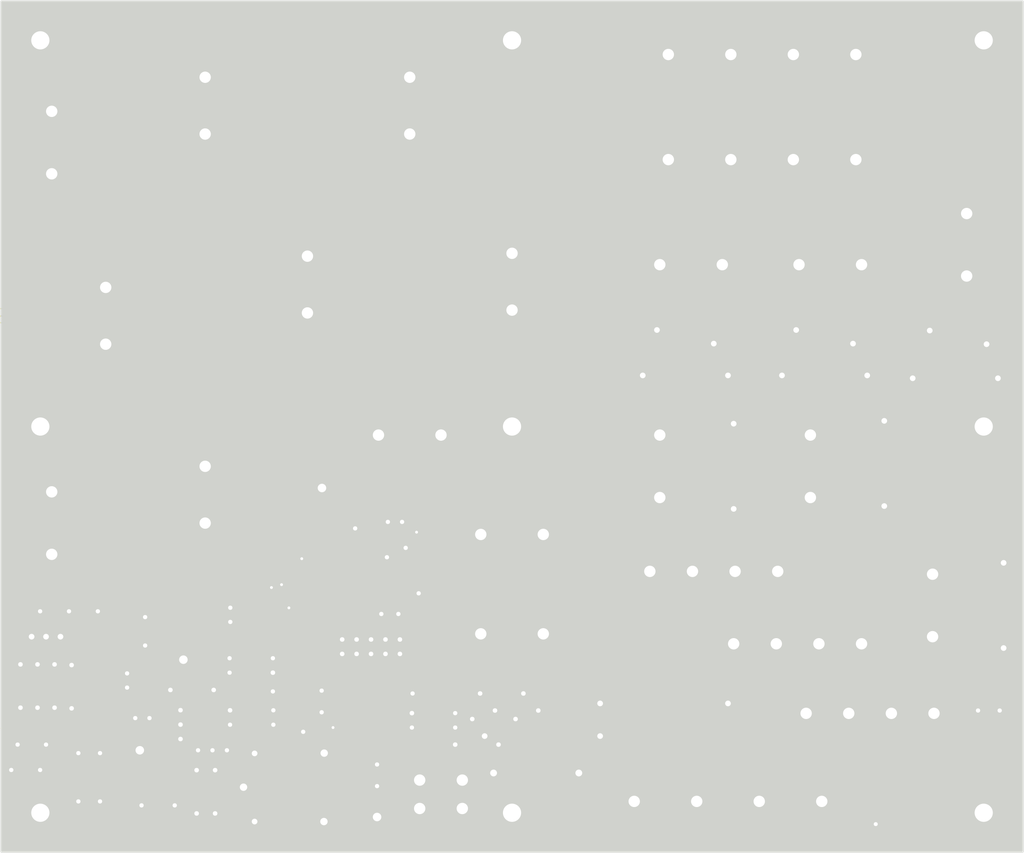
<source format=kicad_pcb>
(kicad_pcb (version 20171130) (host pcbnew "(5.0.0)")
  (layers (0 F.Cu signal) (1 In1.Cu signal) (2 In2.Cu signal) (31 B.Cu signal) (34 B.Paste user) (35 F.Paste user) (36 B.SilkS user) (37 F.SilkS user) (38 B.Mask user) (39 F.Mask user) (44 Edge.Cuts user hide))
  (net 0 "")
  (net 1 Earth_Protective)
  (net 2 GNDREF)
  (net 3 "Net-(C2-Pad1)")
  (net 4 "Net-(C3-Pad1)")
  (net 5 "Net-(C4-Pad1)")
  (net 6 "Net-(C5-Pad1)")
  (net 7 "Net-(C6-Pad1)")
  (net 8 "Net-(C7-Pad1)")
  (net 9 GNDPWR)
  (net 10 "Net-(C10-Pad1)")
  (net 11 /VCC_5V)
  (net 12 GND)
  (net 13 /VDD)
  (net 14 "Net-(C19-Pad1)")
  (net 15 "Net-(C20-Pad1)")
  (net 16 /AC_1)
  (net 17 /AC_2)
  (net 18 /RELE_B)
  (net 19 "Net-(D5-Pad2)")
  (net 20 /RELE_A)
  (net 21 "Net-(D8-Pad1)")
  (net 22 "Net-(D9-Pad1)")
  (net 23 /FASE_1)
  (net 24 /FASE_2)
  (net 25 /FASE_3)
  (net 26 /BUS_POS)
  (net 27 "Net-(J16-Pad2)")
  (net 28 "Net-(J18-Pad2)")
  (net 29 "Net-(R5-Pad2)")
  (net 30 /CTRL_CONTACTOR)
  (net 31 "Net-(R8-Pad2)")
  (net 32 "Net-(R10-Pad1)")
  (net 33 "Net-(R10-Pad2)")
  (net 34 /I_BUS)
  (net 35 /VN_BUS)
  (net 36 /VP_BUS)
  (net 37 /V_BUS)
  (net 38 /#V_BUS)
  (net 39 "Net-(C31-Pad1)")
  (net 40 "Net-(D10-Pad2)")
  (net 41 "Net-(JP1-Pad1)")
  (net 42 "Net-(JP1-Pad3)")
  (net 43 "Net-(J13-Pad1)")
  (net 44 /TC_POS)
  (net 45 /TC_NEG)
  (net 46 /BUS_DC)
  (net 47 /TC_SCK)
  (net 48 /TC_CS)
  (net 49 /TC_SO)
  (net 50 "Net-(U7-Pad8)")
  (net 51 "Net-(C8-Pad2)")
  (net 52 "Net-(D11-Pad2)")
  (net 53 "Net-(R15-Pad1)")
  (net 54 "Net-(D12-Pad2)")
  (net 55 "Net-(D11-Pad1)")
  (net 56 /FALLA_FASE)
  (net 57 "Net-(U8-Pad4)")
  (net 58 "Net-(R17-Pad1)")
  (net 59 /#VCC)
  (net 60 "Net-(K1-Pad4)")
  (net 61 /CTRL_RL)
  (net 62 "Net-(R20-Pad2)")
  (module arias2015:220AC_5VDC_SWITCHING (layer F.Cu) (at 67.5 135.5 90)
    (fp_text reference U8 (at 0 -7.62 90) (layer F.SilkS))
    (fp_text value 220VAC_5VD_SWITCHING)
    (pad 2 thru_hole circle (at -13.97 -2.54 90) (size 1.95 1.95) (drill 0.75) (layers *.Cu *.Mask) (net 2 GNDREF))
    (pad 1 thru_hole circle (at -13.97 -7.62 90) (size 1.95 1.95) (drill 0.75) (layers *.Cu *.Mask) (net 25 /FASE_3))
    (pad 3 thru_hole circle (at 13.97 7.62 90) (size 1.95 1.95) (drill 0.75) (layers *.Cu *.Mask) (net 11 /VCC_5V))
    (pad 4 thru_hole circle (at 13.97 2.54 90) (size 1.95 1.95) (drill 0.75) (layers *.Cu *.Mask) (net 57 "Net-(U8-Pad4)"))
    (pad 5 thru_hole circle (at 13.97 -2.54 90) (size 1.95 1.95) (drill 0.75) (layers *.Cu *.Mask) (net 9 GNDPWR))
  )
  (module arias2015:TerminalBlock_MetzConnect_Type086_RT03402HBLC_1x02_P3.81mm_Horizontal (layer F.Cu) (at 75.5 146.5 180)
    (fp_text reference J12 (at 1.905 -4.76 180) (layer F.SilkS))
    (fp_text value SEC)
    (pad 2 thru_hole circle (at 3.81 0 180) (size 1.95 1.95) (drill 0.75) (layers *.Cu *.Mask) (net 16 /AC_1))
    (pad 1 thru_hole roundrect (at 0 0 180) (size 1.95 1.95) (drill 0.75) (layers *.Cu *.Mask) (net 17 /AC_2))
  )
  (module arias2015:TerminalBlock_MetzConnect_Type086_RT03402HBLC_1x02_P3.81mm_Horizontal (layer F.Cu) (at 75.5 155 180)
    (fp_text reference J3 (at 1.905 -4.76 180) (layer F.SilkS))
    (fp_text value PRIM)
    (pad 2 thru_hole circle (at 3.81 0 180) (size 1.95 1.95) (drill 0.75) (layers *.Cu *.Mask) (net 25 /FASE_3))
    (pad 1 thru_hole roundrect (at 0 0 180) (size 1.95 1.95) (drill 0.75) (layers *.Cu *.Mask) (net 2 GNDREF))
  )
  (module arias2015:TerminalBlock_MetzConnect_Type086_RT03402HBLC_1x02_P3.81mm_Horizontal (layer F.Cu) (at 114.5 135.5 270)
    (fp_text reference J22 (at 1.905 -4.76 270) (layer F.SilkS))
    (fp_text value TC)
    (pad 2 thru_hole circle (at 3.81 0 270) (size 1.95 1.95) (drill 0.75) (layers *.Cu *.Mask) (net 45 /TC_NEG))
    (pad 1 thru_hole roundrect (at 0 0 270) (size 1.95 1.95) (drill 0.75) (layers *.Cu *.Mask) (net 44 /TC_POS))
  )
  (module arias2015:TerminalBlock_MetzConnect_Type086_RT03402HBLC_1x02_P3.81mm_Horizontal (layer F.Cu) (at 124.25 148.5 270)
    (fp_text reference J13 (at 1.905 -4.76 270) (layer F.SilkS))
    (fp_text value BOB_CONT)
    (pad 2 thru_hole circle (at 3.81 0 270) (size 1.95 1.95) (drill 0.75) (layers *.Cu *.Mask) (net 2 GNDREF))
    (pad 1 thru_hole roundrect (at 0 0 270) (size 1.95 1.95) (drill 0.75) (layers *.Cu *.Mask) (net 43 "Net-(J13-Pad1)"))
  )
  (module arias2015:TerminalBlock_MetzConnect_Type086_RT03402HBLC_1x02_P3.81mm_Horizontal (layer F.Cu) (at 230 139)
    (fp_text reference J21 (at 1.905 -4.76) (layer F.SilkS))
    (fp_text value VENT)
    (pad 2 thru_hole circle (at 3.81 0) (size 1.95 1.95) (drill 0.75) (layers *.Cu *.Mask) (net 2 GNDREF))
    (pad 1 thru_hole roundrect (at 0 0) (size 1.95 1.95) (drill 0.75) (layers *.Cu *.Mask) (net 25 /FASE_3))
  )
  (module arias2015:FUSIBLE_CORTO_20MM (layer F.Cu) (at 183.5 114.5 180)
    (fp_text reference F1 (at 0 5.9 180) (layer F.SilkS))
    (fp_text value Fuse)
    (pad 1 thru_hole roundrect (at -11.25 0 180) (size 8 8) (drill 2 (offset 2.25 0)) (layers *.Cu *.Mask) (net 3 "Net-(C2-Pad1)"))
    (pad 1 thru_hole roundrect (at -3.75 0 180) (size 8 8) (drill 2 (offset -2.25 0)) (layers *.Cu *.Mask) (net 3 "Net-(C2-Pad1)"))
    (pad 2 thru_hole roundrect (at 11.25 0 180) (size 8 8) (drill 2 (offset -2.25 0)) (layers *.Cu *.Mask) (net 23 /FASE_1))
    (pad 2 thru_hole roundrect (at 3.75 0 180) (size 8 8) (drill 2 (offset 2.25 0)) (layers *.Cu *.Mask) (net 23 /FASE_1))
  )
  (module arias2015:FUSIBLE_CORTO_20MM (layer F.Cu) (at 198.25 127.25 180)
    (fp_text reference F2 (at 0 5.9 180) (layer F.SilkS))
    (fp_text value Fuse)
    (pad 1 thru_hole roundrect (at -11.25 0 180) (size 8 8) (drill 2 (offset 2.25 0)) (layers *.Cu *.Mask) (net 4 "Net-(C3-Pad1)"))
    (pad 1 thru_hole roundrect (at -3.75 0 180) (size 8 8) (drill 2 (offset -2.25 0)) (layers *.Cu *.Mask) (net 4 "Net-(C3-Pad1)"))
    (pad 2 thru_hole roundrect (at 11.25 0 180) (size 8 8) (drill 2 (offset -2.25 0)) (layers *.Cu *.Mask) (net 24 /FASE_2))
    (pad 2 thru_hole roundrect (at 3.75 0 180) (size 8 8) (drill 2 (offset 2.25 0)) (layers *.Cu *.Mask) (net 24 /FASE_2))
  )
  (module arias2015:FUSIBLE_CORTO_20MM (layer F.Cu) (at 211 139.5 180)
    (fp_text reference F3 (at 0 5.9 180) (layer F.SilkS))
    (fp_text value Fuse)
    (pad 1 thru_hole roundrect (at -11.25 0 180) (size 8 8) (drill 2 (offset 2.25 0)) (layers *.Cu *.Mask) (net 5 "Net-(C4-Pad1)"))
    (pad 1 thru_hole roundrect (at -3.75 0 180) (size 8 8) (drill 2 (offset -2.25 0)) (layers *.Cu *.Mask) (net 5 "Net-(C4-Pad1)"))
    (pad 2 thru_hole roundrect (at 11.25 0 180) (size 8 8) (drill 2 (offset -2.25 0)) (layers *.Cu *.Mask) (net 25 /FASE_3))
    (pad 2 thru_hole roundrect (at 3.75 0 180) (size 8 8) (drill 2 (offset 2.25 0)) (layers *.Cu *.Mask) (net 25 /FASE_3))
  )
  (module arias2015:TestPoint_THTPad_1.8x2.0mm_Drill0.75mm (layer F.Cu) (at 111.252 142.748)
    (fp_text reference TP15 (at 0 -1.648) (layer F.SilkS))
    (fp_text value DGND)
    (pad 1 thru_hole oval (at 0 0) (size 2 1.8) (drill 0.75) (layers *.Cu *.Mask) (net 12 GND))
  )
  (module Resistor_SMD:R_0805_2012Metric_Pad1.15x1.40mm_HandSolder (layer B.Cu) (at 108.966 99.559 270)
    (fp_text reference R20 (at 0 1.65 270) (layer B.SilkS) (effects (justify mirror)))
    (fp_text value 1M)
    (pad 1 smd roundrect (at -1.025 0 270) (size 1.15 1.4) (layers B.Cu B.Paste B.Mask) (roundrect_rratio 0.217391) (net 46 /BUS_DC))
    (pad 2 smd roundrect (at 1.025 0 270) (size 1.15 1.4) (layers B.Cu B.Paste B.Mask) (roundrect_rratio 0.217391) (net 62 "Net-(R20-Pad2)"))
  )
  (module arias2015:TestPoint_THTPad_1.8x2.0mm_Drill0.75mm (layer F.Cu) (at 120.396 106.934 90)
    (fp_text reference TP14 (at 0 -1.648 90) (layer F.SilkS))
    (fp_text value I_BUS)
    (pad 1 thru_hole oval (at 0 0 90) (size 2 1.8) (drill 0.75) (layers *.Cu *.Mask) (net 34 /I_BUS))
  )
  (module Capacitor_SMD:C_0603_1608Metric_Pad1.05x0.95mm_HandSolder (layer F.Cu) (at 129.625 120.5)
    (fp_text reference C34 (at 0 -1.43) (layer F.SilkS))
    (fp_text value 0.1uF)
    (pad 1 smd roundrect (at -0.875 0) (size 1.05 0.95) (layers F.Cu F.Paste F.Mask) (net 13 /VDD))
    (pad 2 smd roundrect (at 0.875 0) (size 1.05 0.95) (layers F.Cu F.Paste F.Mask) (net 12 GND))
  )
  (module Resistor_SMD:R_0603_1608Metric_Pad1.05x0.95mm_HandSolder (layer F.Cu) (at 94.375 142.494)
    (fp_text reference R19 (at 0 -1.43) (layer F.SilkS))
    (fp_text value NP)
    (pad 1 smd roundrect (at -0.875 0) (size 1.05 0.95) (layers F.Cu F.Paste F.Mask) (net 61 /CTRL_RL))
    (pad 2 smd roundrect (at 0.875 0) (size 1.05 0.95) (layers F.Cu F.Paste F.Mask) (net 9 GNDPWR))
  )
  (module TestPoint:TestPoint_Loop_D2.54mm_Drill1.5mm_Beaded (layer F.Cu) (at 124.25 157.75)
    (fp_text reference TP13 (at 0.7 2.5) (layer F.SilkS))
    (fp_text value N)
    (pad 1 thru_hole circle (at 0 0) (size 3 3) (drill 1.5) (layers *.Cu *.Mask) (net 2 GNDREF))
  )
  (module arias2015:TestPoint_THTPad_1.8x2.0mm_Drill0.75mm (layer F.Cu) (at 130.5 136 90)
    (fp_text reference TP11 (at 0 -1.648 90) (layer F.SilkS))
    (fp_text value FF)
    (pad 1 thru_hole oval (at 0 0 90) (size 1.9 1.9) (drill 0.75) (layers *.Cu *.Mask) (net 56 /FALLA_FASE))
  )
  (module Resistor_SMD:R_0603_1608Metric_Pad1.05x0.95mm_HandSolder (layer B.Cu) (at 138.875 136.5)
    (fp_text reference R15 (at 0 1.43) (layer B.SilkS) (effects (justify mirror)))
    (fp_text value 390)
    (pad 1 smd roundrect (at -0.875 0) (size 1.05 0.95) (layers B.Cu B.Paste B.Mask) (net 53 "Net-(R15-Pad1)"))
    (pad 2 smd roundrect (at 0.875 0) (size 1.05 0.95) (layers B.Cu B.Paste B.Mask) (net 54 "Net-(D12-Pad2)"))
  )
  (module arias2015:BORNERA_DT65_B01W_04 (layer F.Cu) (at 192 42 180)
    (fp_text reference J14 (at 0 4.5 180) (layer F.SilkS))
    (fp_text value PUENTE_P)
    (pad 4 thru_hole roundrect (at 16.5 0 180) (size 6 6) (drill 2) (layers *.Cu *.Mask) (net 26 /BUS_POS))
    (pad 3 thru_hole roundrect (at 5.5 0 180) (size 6 6) (drill 2) (layers *.Cu *.Mask) (net 26 /BUS_POS))
    (pad 2 thru_hole roundrect (at -5.5 0 180) (size 6 6) (drill 2) (layers *.Cu *.Mask) (net 26 /BUS_POS))
    (pad 1 thru_hole roundrect (at -16.5 0 180) (size 6 6) (drill 2) (layers *.Cu *.Mask) (net 26 /BUS_POS))
  )
  (module arias2015:BORNERA_DT65_B01W_04 (layer F.Cu) (at 192 23.5 180)
    (fp_text reference J15 (at 0 4.5 180) (layer F.SilkS))
    (fp_text value PUENTE_N)
    (pad 4 thru_hole roundrect (at 16.5 0 180) (size 6 6) (drill 2) (layers *.Cu *.Mask) (net 9 GNDPWR))
    (pad 3 thru_hole roundrect (at 5.5 0 180) (size 6 6) (drill 2) (layers *.Cu *.Mask) (net 9 GNDPWR))
    (pad 2 thru_hole roundrect (at -5.5 0 180) (size 6 6) (drill 2) (layers *.Cu *.Mask) (net 9 GNDPWR))
    (pad 1 thru_hole roundrect (at -16.5 0 180) (size 6 6) (drill 2) (layers *.Cu *.Mask) (net 9 GNDPWR))
  )
  (module arias2015:BORNERA_DT65_B01W_02 (layer F.Cu) (at 228 57 90)
    (fp_text reference J11 (at 0 4.5 90) (layer F.SilkS))
    (fp_text value AC_FASE_3)
    (pad 2 thru_hole roundrect (at 5.5 0 90) (size 6 6) (drill 2) (layers *.Cu *.Mask) (net 8 "Net-(C7-Pad1)"))
    (pad 1 thru_hole roundrect (at -5.5 0 90) (size 6 6) (drill 2) (layers *.Cu *.Mask) (net 8 "Net-(C7-Pad1)"))
  )
  (module arias2015:BORNERA_DT65_B01W_02 (layer F.Cu) (at 204 60.5)
    (fp_text reference J10 (at 0 4.5) (layer F.SilkS))
    (fp_text value AC_FASE_2)
    (pad 2 thru_hole roundrect (at 5.5 0) (size 6 6) (drill 2) (layers *.Cu *.Mask) (net 7 "Net-(C6-Pad1)"))
    (pad 1 thru_hole roundrect (at -5.5 0) (size 6 6) (drill 2) (layers *.Cu *.Mask) (net 7 "Net-(C6-Pad1)"))
  )
  (module arias2015:BORNERA_DT65_B01W_02 (layer F.Cu) (at 179.5 60.5 180)
    (fp_text reference J9 (at 0 4.5 180) (layer F.SilkS))
    (fp_text value AC_FASE_1)
    (pad 2 thru_hole roundrect (at 5.5 0 180) (size 6 6) (drill 2) (layers *.Cu *.Mask) (net 6 "Net-(C5-Pad1)"))
    (pad 1 thru_hole roundrect (at -5.5 0 180) (size 6 6) (drill 2) (layers *.Cu *.Mask) (net 6 "Net-(C5-Pad1)"))
  )
  (module arias2015:BORNERA_DT65_B01W_02 (layer F.Cu) (at 174 96 90)
    (fp_text reference J4 (at 0 4.5 90) (layer F.SilkS))
    (fp_text value FILTRO_1)
    (pad 2 thru_hole roundrect (at 5.5 0 90) (size 6 6) (drill 2) (layers *.Cu *.Mask) (net 6 "Net-(C5-Pad1)"))
    (pad 1 thru_hole roundrect (at -5.5 0 90) (size 6 6) (drill 2) (layers *.Cu *.Mask) (net 3 "Net-(C2-Pad1)"))
  )
  (module arias2015:BORNERA_DT65_B01W_02 (layer F.Cu) (at 200.5 96 90)
    (fp_text reference J5 (at 0 4.5 90) (layer F.SilkS))
    (fp_text value FILTRO_2)
    (pad 2 thru_hole roundrect (at 5.5 0 90) (size 6 6) (drill 2) (layers *.Cu *.Mask) (net 7 "Net-(C6-Pad1)"))
    (pad 1 thru_hole roundrect (at -5.5 0 90) (size 6 6) (drill 2) (layers *.Cu *.Mask) (net 4 "Net-(C3-Pad1)"))
  )
  (module arias2015:BORNERA_DT65_B01W_02 (layer F.Cu) (at 222 120.5 90)
    (fp_text reference J6 (at 0 4.5 90) (layer F.SilkS))
    (fp_text value FILTRO_3)
    (pad 2 thru_hole roundrect (at 5.5 0 90) (size 6 6) (drill 2) (layers *.Cu *.Mask) (net 8 "Net-(C7-Pad1)"))
    (pad 1 thru_hole roundrect (at -5.5 0 90) (size 6 6) (drill 2) (layers *.Cu *.Mask) (net 5 "Net-(C4-Pad1)"))
  )
  (module arias2015:BORNERA_DT65_B01W_04 (layer F.Cu) (at 186 155 180)
    (fp_text reference J1 (at 0 4.5 180) (layer F.SilkS))
    (fp_text value TRIF)
    (pad 4 thru_hole roundrect (at 16.5 0 180) (size 6 6) (drill 2) (layers *.Cu *.Mask) (net 2 GNDREF))
    (pad 3 thru_hole roundrect (at 5.5 0 180) (size 6 6) (drill 2) (layers *.Cu *.Mask) (net 23 /FASE_1))
    (pad 2 thru_hole roundrect (at -5.5 0 180) (size 6 6) (drill 2) (layers *.Cu *.Mask) (net 24 /FASE_2))
    (pad 1 thru_hole roundrect (at -16.5 0 180) (size 6 6) (drill 2) (layers *.Cu *.Mask) (net 25 /FASE_3))
  )
  (module arias2015:BORNERA_DT65_B01W_02 (layer F.Cu) (at 148 125.5 180)
    (fp_text reference J17 (at 0 4.5 180) (layer F.SilkS))
    (fp_text value CONTACT)
    (pad 2 thru_hole roundrect (at 5.5 0 180) (size 6 6) (drill 2) (layers *.Cu *.Mask) (net 27 "Net-(J16-Pad2)"))
    (pad 1 thru_hole roundrect (at -5.5 0 180) (size 6 6) (drill 2) (layers *.Cu *.Mask) (net 26 /BUS_POS))
  )
  (module arias2015:BORNERA_DT65_B01W_02 (layer F.Cu) (at 148 108 180)
    (fp_text reference J16 (at 0 4.5 180) (layer F.SilkS))
    (fp_text value RES_LIM)
    (pad 2 thru_hole roundrect (at 5.5 0 180) (size 6 6) (drill 2) (layers *.Cu *.Mask) (net 27 "Net-(J16-Pad2)"))
    (pad 1 thru_hole roundrect (at -5.5 0 180) (size 6 6) (drill 2) (layers *.Cu *.Mask) (net 26 /BUS_POS))
  )
  (module arias2015:BORNERA_DT65_B01W_02 (layer F.Cu) (at 130 90.5 180)
    (fp_text reference J18 (at 0 4.5 180) (layer F.SilkS))
    (fp_text value INDUCT)
    (pad 2 thru_hole roundrect (at 5.5 0 180) (size 6 6) (drill 2) (layers *.Cu *.Mask) (net 28 "Net-(J18-Pad2)"))
    (pad 1 thru_hole roundrect (at -5.5 0 180) (size 6 6) (drill 2) (layers *.Cu *.Mask) (net 27 "Net-(J16-Pad2)"))
  )
  (module arias2015:BORNERA_DT65_B01W_02 (layer F.Cu) (at 67 106 270)
    (fp_text reference J7 (at 0 4.5 270) (layer F.SilkS))
    (fp_text value BUS)
    (pad 2 thru_hole roundrect (at 5.5 0 270) (size 6 6) (drill 2) (layers *.Cu *.Mask) (net 46 /BUS_DC))
    (pad 1 thru_hole roundrect (at -5.5 0 270) (size 6 6) (drill 2) (layers *.Cu *.Mask) (net 46 /BUS_DC))
  )
  (module arias2015:BORNERA_DT65_B01W_02 (layer F.Cu) (at 67 39 90)
    (fp_text reference J8 (at 0 4.5 90) (layer F.SilkS))
    (fp_text value COM)
    (pad 2 thru_hole roundrect (at 5.5 0 90) (size 6 6) (drill 2) (layers *.Cu *.Mask) (net 9 GNDPWR))
    (pad 1 thru_hole roundrect (at -5.5 0 90) (size 6 6) (drill 2) (layers *.Cu *.Mask) (net 9 GNDPWR))
  )
  (module arias2015:DISIPADOR_6225T_3_ALETAS (layer F.Cu) (at 66 123.5)
    (fp_text reference H1 (at 0 -1) (layer F.SilkS))
    (fp_text value 6225T)
  )
  (module Capacitor_SMD:C_0603_1608Metric_Pad1.05x0.95mm_HandSolder (layer F.Cu) (at 106.172 120.763 270)
    (fp_text reference C21 (at 0 -1.43 270) (layer F.SilkS))
    (fp_text value 0.1uF)
    (pad 2 smd roundrect (at 0.875 0 270) (size 1.05 0.95) (layers F.Cu F.Paste F.Mask) (net 9 GNDPWR))
    (pad 1 smd roundrect (at -0.875 0 270) (size 1.05 0.95) (layers F.Cu F.Paste F.Mask) (net 14 "Net-(C19-Pad1)"))
  )
  (module Capacitor_SMD:C_0603_1608Metric_Pad1.05x0.95mm_HandSolder (layer F.Cu) (at 94.629 129.794 180)
    (fp_text reference C17 (at 0 -1.43 180) (layer F.SilkS))
    (fp_text value 0.1uF)
    (pad 1 smd roundrect (at -0.875 0 180) (size 1.05 0.95) (layers F.Cu F.Paste F.Mask) (net 11 /VCC_5V))
    (pad 2 smd roundrect (at 0.875 0 180) (size 1.05 0.95) (layers F.Cu F.Paste F.Mask) (net 9 GNDPWR))
  )
  (module Capacitor_SMD:C_0603_1608Metric_Pad1.05x0.95mm_HandSolder (layer F.Cu) (at 110.109 114.046)
    (fp_text reference C22 (at 0 -1.43) (layer F.SilkS))
    (fp_text value 0.1uF)
    (pad 2 smd roundrect (at 0.875 0) (size 1.05 0.95) (layers F.Cu F.Paste F.Mask) (net 9 GNDPWR))
    (pad 1 smd roundrect (at -0.875 0) (size 1.05 0.95) (layers F.Cu F.Paste F.Mask) (net 11 /VCC_5V))
  )
  (module Capacitor_SMD:C_0603_1608Metric_Pad1.05x0.95mm_HandSolder (layer F.Cu) (at 122.125 112)
    (fp_text reference C30 (at 0 -1.43) (layer F.SilkS))
    (fp_text value 0.1uF)
    (pad 1 smd roundrect (at -0.875 0) (size 1.05 0.95) (layers F.Cu F.Paste F.Mask) (net 13 /VDD))
    (pad 2 smd roundrect (at 0.875 0) (size 1.05 0.95) (layers F.Cu F.Paste F.Mask) (net 12 GND))
  )
  (module Resistor_SMD:R_0603_1608Metric_Pad1.05x0.95mm_HandSolder (layer F.Cu) (at 108.712 117.842 270)
    (fp_text reference R11 (at 0 -1.43 270) (layer F.SilkS))
    (fp_text value 1K)
    (pad 2 smd roundrect (at 0.875 0 270) (size 1.05 0.95) (layers F.Cu F.Paste F.Mask) (net 14 "Net-(C19-Pad1)"))
    (pad 1 smd roundrect (at -0.875 0 270) (size 1.05 0.95) (layers F.Cu F.Paste F.Mask) (net 33 "Net-(R10-Pad2)"))
  )
  (module Resistor_SMD:R_0603_1608Metric_Pad1.05x0.95mm_HandSolder (layer F.Cu) (at 103.632 120.763 270)
    (fp_text reference R7 (at 0 -1.43 270) (layer F.SilkS))
    (fp_text value 100K)
    (pad 2 smd roundrect (at 0.875 0 270) (size 1.05 0.95) (layers F.Cu F.Paste F.Mask) (net 9 GNDPWR))
    (pad 1 smd roundrect (at -0.875 0 270) (size 1.05 0.95) (layers F.Cu F.Paste F.Mask) (net 14 "Net-(C19-Pad1)"))
  )
  (module Resistor_SMD:R_0603_1608Metric_Pad1.05x0.95mm_HandSolder (layer F.Cu) (at 101.092 119.634 270)
    (fp_text reference R6 (at 0 -1.43 270) (layer F.SilkS))
    (fp_text value 100K)
    (pad 1 smd roundrect (at -0.875 0 270) (size 1.05 0.95) (layers F.Cu F.Paste F.Mask) (net 11 /VCC_5V))
    (pad 2 smd roundrect (at 0.875 0 270) (size 1.05 0.95) (layers F.Cu F.Paste F.Mask) (net 14 "Net-(C19-Pad1)"))
  )
  (module Resistor_SMD:R_0805_2012Metric_Pad1.15x1.40mm_HandSolder (layer B.Cu) (at 107.442 113.547 270)
    (fp_text reference R10 (at 0 1.65 270) (layer B.SilkS) (effects (justify mirror)))
    (fp_text value 1M)
    (pad 2 smd roundrect (at 1.025 0 270) (size 1.15 1.4) (layers B.Cu B.Paste B.Mask) (roundrect_rratio 0.217391) (net 33 "Net-(R10-Pad2)"))
    (pad 1 smd roundrect (at -1.025 0 270) (size 1.15 1.4) (layers B.Cu B.Paste B.Mask) (roundrect_rratio 0.217391) (net 32 "Net-(R10-Pad1)"))
  )
  (module Resistor_SMD:R_0805_2012Metric_Pad1.15x1.40mm_HandSolder (layer B.Cu) (at 108.966 108.957 270)
    (fp_text reference R9 (at 0 1.65 270) (layer B.SilkS) (effects (justify mirror)))
    (fp_text value 1M)
    (pad 1 smd roundrect (at -1.025 0 270) (size 1.15 1.4) (layers B.Cu B.Paste B.Mask) (roundrect_rratio 0.217391) (net 31 "Net-(R8-Pad2)"))
    (pad 2 smd roundrect (at 1.025 0 270) (size 1.15 1.4) (layers B.Cu B.Paste B.Mask) (roundrect_rratio 0.217391) (net 32 "Net-(R10-Pad1)"))
  )
  (module Resistor_SMD:R_0805_2012Metric_Pad1.15x1.40mm_HandSolder (layer B.Cu) (at 108.966 104.149 270)
    (fp_text reference R8 (at 0 1.65 270) (layer B.SilkS) (effects (justify mirror)))
    (fp_text value 1M)
    (pad 2 smd roundrect (at 1.025 0 270) (size 1.15 1.4) (layers B.Cu B.Paste B.Mask) (roundrect_rratio 0.217391) (net 31 "Net-(R8-Pad2)"))
    (pad 1 smd roundrect (at -1.025 0 270) (size 1.15 1.4) (layers B.Cu B.Paste B.Mask) (roundrect_rratio 0.217391) (net 62 "Net-(R20-Pad2)"))
  )
  (module arias2015:terminal_atornillado (layer F.Cu) (at 135.5 153.75 270)
    (fp_text reference J2 (at 0 1 270) (layer F.SilkS))
    (fp_text value CHASIS)
    (pad 1 thru_hole roundrect (at -2.5 -3.75 270) (size 4.5 4.5) (drill 2) (layers *.Cu *.Mask) (net 1 Earth_Protective))
    (pad 1 thru_hole roundrect (at -2.5 3.75 270) (size 4.5 4.5) (drill 2) (layers *.Cu *.Mask) (net 1 Earth_Protective))
    (pad 1 thru_hole roundrect (at 2.5 3.75 270) (size 4.5 4.5) (drill 2) (layers *.Cu *.Mask) (net 1 Earth_Protective))
    (pad 1 thru_hole roundrect (at 2.5 -3.75 270) (size 4.5 4.5) (drill 2) (layers *.Cu *.Mask) (net 1 Earth_Protective))
  )
  (module Resistor_SMD:R_0603_1608Metric_Pad1.05x0.95mm_HandSolder (layer F.Cu) (at 90.311 132.842)
    (fp_text reference R2 (at 0 -1.43) (layer F.SilkS))
    (fp_text value 470/NP)
    (pad 1 smd roundrect (at -0.875 0) (size 1.05 0.95) (layers F.Cu F.Paste F.Mask) (net 9 GNDPWR))
    (pad 2 smd roundrect (at 0.875 0) (size 1.05 0.95) (layers F.Cu F.Paste F.Mask) (net 40 "Net-(D10-Pad2)"))
  )
  (module Resistor_SMD:R_0603_1608Metric_Pad1.05x0.95mm_HandSolder (layer B.Cu) (at 108.712 140.462 270)
    (fp_text reference R5 (at 0 1.43 270) (layer B.SilkS) (effects (justify mirror)))
    (fp_text value 220)
    (pad 1 smd roundrect (at -0.875 0 270) (size 1.05 0.95) (layers B.Cu B.Paste B.Mask) (net 30 /CTRL_CONTACTOR))
    (pad 2 smd roundrect (at 0.875 0 270) (size 1.05 0.95) (layers B.Cu B.Paste B.Mask) (net 29 "Net-(R5-Pad2)"))
  )
  (module LED_SMD:LED_0603_1608Metric_Pad1.05x0.95mm_HandSolder (layer F.Cu) (at 86.106 155.194 90)
    (fp_text reference D5 (at 0 -1.43 90) (layer F.SilkS))
    (fp_text value LED_AZ)
    (pad 1 smd roundrect (at -0.875 0 90) (size 1.05 0.95) (layers F.Cu F.Paste F.Mask) (net 18 /RELE_B))
    (pad 2 smd roundrect (at 0.875 0 90) (size 1.05 0.95) (layers F.Cu F.Paste F.Mask) (net 19 "Net-(D5-Pad2)"))
  )
  (module Resistor_SMD:R_0603_1608Metric_Pad1.05x0.95mm_HandSolder (layer F.Cu) (at 86.106 150.876 90)
    (fp_text reference R1 (at 0 -1.43 90) (layer F.SilkS))
    (fp_text value 1K)
    (pad 1 smd roundrect (at -0.875 0 90) (size 1.05 0.95) (layers F.Cu F.Paste F.Mask) (net 19 "Net-(D5-Pad2)"))
    (pad 2 smd roundrect (at 0.875 0 90) (size 1.05 0.95) (layers F.Cu F.Paste F.Mask) (net 11 /VCC_5V))
  )
  (module Capacitor_SMD:C_0603_1608Metric_Pad1.05x0.95mm_HandSolder (layer B.Cu) (at 127.375 140 180)
    (fp_text reference C12 (at 0 1.43 180) (layer B.SilkS) (effects (justify mirror)))
    (fp_text value 0.1uF)
    (pad 2 smd roundrect (at 0.875 0 180) (size 1.05 0.95) (layers B.Cu B.Paste B.Mask) (net 12 GND))
    (pad 1 smd roundrect (at -0.875 0 180) (size 1.05 0.95) (layers B.Cu B.Paste B.Mask) (net 56 /FALLA_FASE))
  )
  (module LED_SMD:LED_0603_1608Metric_Pad1.05x0.95mm_HandSolder (layer F.Cu) (at 131.572 110.885 90)
    (fp_text reference D8 (at 0 -1.43 90) (layer F.SilkS))
    (fp_text value LED_VE)
    (pad 1 smd roundrect (at -0.875 0 90) (size 1.05 0.95) (layers F.Cu F.Paste F.Mask) (net 21 "Net-(D8-Pad1)"))
    (pad 2 smd roundrect (at 0.875 0 90) (size 1.05 0.95) (layers F.Cu F.Paste F.Mask) (net 13 /VDD))
  )
  (module Resistor_SMD:R_0603_1608Metric_Pad1.05x0.95mm_HandSolder (layer F.Cu) (at 131.572 114.667 270)
    (fp_text reference R3 (at 0 -1.43 270) (layer F.SilkS))
    (fp_text value 240)
    (pad 1 smd roundrect (at -0.875 0 270) (size 1.05 0.95) (layers F.Cu F.Paste F.Mask) (net 21 "Net-(D8-Pad1)"))
    (pad 2 smd roundrect (at 0.875 0 270) (size 1.05 0.95) (layers F.Cu F.Paste F.Mask) (net 12 GND))
  )
  (module LED_SMD:LED_0603_1608Metric_Pad1.05x0.95mm_HandSolder (layer F.Cu) (at 80.264 155.307 270)
    (fp_text reference D9 (at 0 -1.43 270) (layer F.SilkS))
    (fp_text value LED_RO)
    (pad 1 smd roundrect (at -0.875 0 270) (size 1.05 0.95) (layers F.Cu F.Paste F.Mask) (net 22 "Net-(D9-Pad1)"))
    (pad 2 smd roundrect (at 0.875 0 270) (size 1.05 0.95) (layers F.Cu F.Paste F.Mask) (net 11 /VCC_5V))
  )
  (module Resistor_SMD:R_0603_1608Metric_Pad1.05x0.95mm_HandSolder (layer F.Cu) (at 80.264 151.017 90)
    (fp_text reference R4 (at 0 -1.43 90) (layer F.SilkS))
    (fp_text value 390)
    (pad 1 smd roundrect (at -0.875 0 90) (size 1.05 0.95) (layers F.Cu F.Paste F.Mask) (net 22 "Net-(D9-Pad1)"))
    (pad 2 smd roundrect (at 0.875 0 90) (size 1.05 0.95) (layers F.Cu F.Paste F.Mask) (net 9 GNDPWR))
  )
  (module Capacitor_SMD:C_0603_1608Metric_Pad1.05x0.95mm_HandSolder (layer F.Cu) (at 68.125 128.5 180)
    (fp_text reference C14 (at 0 -1.43 180) (layer F.SilkS))
    (fp_text value 0.1uF)
    (pad 2 smd roundrect (at 0.875 0 180) (size 1.05 0.95) (layers F.Cu F.Paste F.Mask) (net 9 GNDPWR))
    (pad 1 smd roundrect (at -0.875 0 180) (size 1.05 0.95) (layers F.Cu F.Paste F.Mask) (net 11 /VCC_5V))
  )
  (module Capacitor_SMD:C_0603_1608Metric_Pad1.05x0.95mm_HandSolder (layer F.Cu) (at 64.125 128.5)
    (fp_text reference C11 (at 0 -1.43) (layer F.SilkS))
    (fp_text value 0.1uF)
    (pad 1 smd roundrect (at -0.875 0) (size 1.05 0.95) (layers F.Cu F.Paste F.Mask) (net 10 "Net-(C10-Pad1)"))
    (pad 2 smd roundrect (at 0.875 0) (size 1.05 0.95) (layers F.Cu F.Paste F.Mask) (net 9 GNDPWR))
  )
  (module Capacitor_SMD:C_0603_1608Metric_Pad1.05x0.95mm_HandSolder (layer B.Cu) (at 120.537 109.22)
    (fp_text reference C18 (at 0 1.43) (layer B.SilkS) (effects (justify mirror)))
    (fp_text value 0.1uF)
    (pad 2 smd roundrect (at 0.875 0) (size 1.05 0.95) (layers B.Cu B.Paste B.Mask) (net 12 GND))
    (pad 1 smd roundrect (at -0.875 0) (size 1.05 0.95) (layers B.Cu B.Paste B.Mask) (net 13 /VDD))
  )
  (module Capacitor_SMD:C_0603_1608Metric_Pad1.05x0.95mm_HandSolder (layer B.Cu) (at 123.444 108.218 270)
    (fp_text reference C20 (at 0 1.43 270) (layer B.SilkS) (effects (justify mirror)))
    (fp_text value 0.1uF)
    (pad 1 smd roundrect (at -0.875 0 270) (size 1.05 0.95) (layers B.Cu B.Paste B.Mask) (net 15 "Net-(C20-Pad1)"))
    (pad 2 smd roundrect (at 0.875 0 270) (size 1.05 0.95) (layers B.Cu B.Paste B.Mask) (net 12 GND))
  )
  (module arias2015:TO-92_Inline_Wide (layer F.Cu) (at 92.75 146)
    (fp_text reference Q1 (at 2 -3.5 -180) (layer F.SilkS))
    (fp_text value 2n2222)
    (pad 2 thru_hole circle (at 2.54 0 90) (size 2 2) (drill 0.75) (layers *.Cu *.Mask) (net 9 GNDPWR))
    (pad 3 thru_hole circle (at 5.08 0 90) (size 2 2) (drill 0.75) (layers *.Cu *.Mask) (net 18 /RELE_B))
    (pad 1 thru_hole circle (at 0 0 90) (size 2 2) (drill 0.75) (layers *.Cu *.Mask) (net 61 /CTRL_RL))
  )
  (module Capacitor_THT:C_Rect_L18.0mm_W6.0mm_P15.00mm_FKS3_FKP3 (layer F.Cu) (at 159.75 150 180)
    (fp_text reference C1 (at 7.5 -4.25 180) (layer F.SilkS))
    (fp_text value "4n7 x 630V")
    (pad 2 thru_hole circle (at 15 0 180) (size 2.4 2.4) (drill 1.2) (layers *.Cu *.Mask) (net 1 Earth_Protective))
    (pad 1 thru_hole circle (at 0 0 180) (size 2.4 2.4) (drill 1.2) (layers *.Cu *.Mask) (net 2 GNDREF))
  )
  (module arias2015:TestPoint_THTPad_1.8x2.0mm_Drill0.75mm (layer F.Cu) (at 128 122)
    (fp_text reference TP1 (at 0 -1.648) (layer F.SilkS))
    (fp_text value VDD)
    (pad 1 thru_hole oval (at 0 0) (size 2 1.8) (drill 0.75) (layers *.Cu *.Mask) (net 13 /VDD))
  )
  (module arias2015:TestPoint_THTPad_1.8x2.0mm_Drill0.75mm (layer F.Cu) (at 82.804 155.702 90)
    (fp_text reference TP2 (at 0 -1.648 90) (layer F.SilkS))
    (fp_text value 5VDC)
    (pad 1 thru_hole oval (at 0 0 90) (size 2 1.8) (drill 0.75) (layers *.Cu *.Mask) (net 11 /VCC_5V))
  )
  (module TestPoint:TestPoint_Loop_D2.54mm_Drill1.5mm_Beaded (layer F.Cu) (at 114.554 99.822 180)
    (fp_text reference TP5 (at 0.7 2.5 180) (layer F.SilkS))
    (fp_text value BUS)
    (pad 1 thru_hole circle (at 0 0 180) (size 3 3) (drill 1.5) (layers *.Cu *.Mask) (net 46 /BUS_DC))
  )
  (module TestPoint:TestPoint_Loop_D2.54mm_Drill1.5mm_Beaded (layer F.Cu) (at 90.17 130.048 90)
    (fp_text reference TP6 (at 0.7 2.5 90) (layer F.SilkS))
    (fp_text value COM)
    (pad 1 thru_hole circle (at 0 0 90) (size 3 3) (drill 1.5) (layers *.Cu *.Mask) (net 9 GNDPWR))
  )
  (module Package_SO:SOIC-8_3.9x4.9mm_P1.27mm (layer B.Cu) (at 121 101.5 270)
    (fp_text reference U4 (at 0 3.5 270) (layer B.SilkS) (effects (justify mirror)))
    (fp_text value ACS712xLCTR-30A)
    (pad 8 smd rect (at 2.7 1.905 270) (size 1.55 0.6) (layers B.Cu B.Paste B.Mask) (net 13 /VDD))
    (pad 7 smd rect (at 2.7 0.635 270) (size 1.55 0.6) (layers B.Cu B.Paste B.Mask) (net 34 /I_BUS))
    (pad 6 smd rect (at 2.7 -0.635 270) (size 1.55 0.6) (layers B.Cu B.Paste B.Mask) (net 15 "Net-(C20-Pad1)"))
    (pad 5 smd rect (at 2.7 -1.905 270) (size 1.55 0.6) (layers B.Cu B.Paste B.Mask) (net 12 GND))
    (pad 4 smd rect (at -2.7 -1.905 270) (size 1.55 0.6) (layers B.Cu B.Paste B.Mask) (net 28 "Net-(J18-Pad2)"))
    (pad 3 smd rect (at -2.7 -0.635 270) (size 1.55 0.6) (layers B.Cu B.Paste B.Mask) (net 28 "Net-(J18-Pad2)"))
    (pad 2 smd rect (at -2.7 0.635 270) (size 1.55 0.6) (layers B.Cu B.Paste B.Mask) (net 46 /BUS_DC))
    (pad 1 smd rect (at -2.7 1.905 270) (size 1.55 0.6) (layers B.Cu B.Paste B.Mask) (net 46 /BUS_DC))
  )
  (module Package_SO:SSO-8_6.8x5.9mm_P1.27mm_Clearance7mm (layer F.Cu) (at 115.951 117.729)
    (fp_text reference U5 (at 0.1 -3.9) (layer F.SilkS))
    (fp_text value AMC1301)
    (pad 1 smd rect (at -4.27 -1.905) (size 2.16 0.64) (layers F.Cu F.Paste F.Mask) (net 11 /VCC_5V))
    (pad 2 smd rect (at -4.27 -0.635) (size 2.16 0.64) (layers F.Cu F.Paste F.Mask) (net 33 "Net-(R10-Pad2)"))
    (pad 3 smd rect (at -4.27 0.635) (size 2.16 0.64) (layers F.Cu F.Paste F.Mask) (net 14 "Net-(C19-Pad1)"))
    (pad 4 smd rect (at -4.27 1.905) (size 2.16 0.64) (layers F.Cu F.Paste F.Mask) (net 9 GNDPWR))
    (pad 5 smd rect (at 4.27 1.905) (size 2.16 0.64) (layers F.Cu F.Paste F.Mask) (net 12 GND))
    (pad 6 smd rect (at 4.27 0.635) (size 2.16 0.64) (layers F.Cu F.Paste F.Mask) (net 35 /VN_BUS))
    (pad 7 smd rect (at 4.27 -0.635) (size 2.16 0.64) (layers F.Cu F.Paste F.Mask) (net 36 /VP_BUS))
    (pad 8 smd rect (at 4.27 -1.905) (size 2.16 0.64) (layers F.Cu F.Paste F.Mask) (net 13 /VDD))
  )
  (module Package_SO:SOIC-8_3.9x4.9mm_P1.27mm (layer F.Cu) (at 125 117 270)
    (fp_text reference U6 (at 0 -3.5 270) (layer F.SilkS))
    (fp_text value LM358)
    (pad 1 smd rect (at -2.7 -1.905 270) (size 1.55 0.6) (layers F.Cu F.Paste F.Mask) (net 37 /V_BUS))
    (pad 2 smd rect (at -2.7 -0.635 270) (size 1.55 0.6) (layers F.Cu F.Paste F.Mask) (net 37 /V_BUS))
    (pad 3 smd rect (at -2.7 0.635 270) (size 1.55 0.6) (layers F.Cu F.Paste F.Mask) (net 36 /VP_BUS))
    (pad 4 smd rect (at -2.7 1.905 270) (size 1.55 0.6) (layers F.Cu F.Paste F.Mask) (net 12 GND))
    (pad 5 smd rect (at 2.7 1.905 270) (size 1.55 0.6) (layers F.Cu F.Paste F.Mask) (net 35 /VN_BUS))
    (pad 6 smd rect (at 2.7 0.635 270) (size 1.55 0.6) (layers F.Cu F.Paste F.Mask) (net 38 /#V_BUS))
    (pad 7 smd rect (at 2.7 -0.635 270) (size 1.55 0.6) (layers F.Cu F.Paste F.Mask) (net 38 /#V_BUS))
    (pad 8 smd rect (at 2.7 -1.905 270) (size 1.55 0.6) (layers F.Cu F.Paste F.Mask) (net 13 /VDD))
  )
  (module arias2015:TestPoint_THTPad_1.8x2.0mm_Drill0.75mm (layer F.Cu) (at 125.984 112.014 180)
    (fp_text reference TP3 (at 0 -1.648 180) (layer F.SilkS))
    (fp_text value V_BUS)
    (pad 1 thru_hole oval (at 0 0 180) (size 2 1.8) (drill 0.75) (layers *.Cu *.Mask) (net 37 /V_BUS))
  )
  (module arias2015:TestPoint_THTPad_1.8x2.0mm_Drill0.75mm (layer F.Cu) (at 125 122)
    (fp_text reference TP4 (at 0 -1.648) (layer F.SilkS))
    (fp_text value "#V_BUS")
    (pad 1 thru_hole oval (at 0 0) (size 2 1.8) (drill 0.75) (layers *.Cu *.Mask) (net 38 /#V_BUS))
  )
  (module arias2015:TestPoint_THTPad_1.8x2.0mm_Drill0.75mm (layer F.Cu) (at 129.286 110.363 270)
    (fp_text reference TP7 (at 0 -1.648 270) (layer F.SilkS))
    (fp_text value VDD)
    (pad 1 thru_hole oval (at 0 0 270) (size 2 1.8) (drill 0.75) (layers *.Cu *.Mask) (net 13 /VDD))
  )
  (module arias2015:TestPoint_THTPad_1.8x2.0mm_Drill0.75mm (layer F.Cu) (at 131.572 118.364 90)
    (fp_text reference TP8 (at 0 -1.648 90) (layer F.SilkS))
    (fp_text value DGND)
    (pad 1 thru_hole oval (at 0 0 90) (size 2 1.8) (drill 0.75) (layers *.Cu *.Mask) (net 12 GND))
  )
  (module TestPoint:TestPoint_Loop_D2.54mm_Drill1.5mm_Beaded (layer F.Cu) (at 82.5 146 180)
    (fp_text reference TP9 (at 0.7 2.5 180) (layer F.SilkS))
    (fp_text value COM)
    (pad 1 thru_hole circle (at 0 0 180) (size 3 3) (drill 1.5) (layers *.Cu *.Mask) (net 9 GNDPWR))
  )
  (module arias2015:TestPoint_THTPad_1.8x2.0mm_Drill0.75mm (layer F.Cu) (at 88.646 155.702 90)
    (fp_text reference TP10 (at 0 -1.648 90) (layer F.SilkS))
    (fp_text value RELE)
    (pad 1 thru_hole oval (at 0 0 90) (size 2 1.8) (drill 0.75) (layers *.Cu *.Mask) (net 18 /RELE_B))
  )
  (module Package_TO_SOT_SMD:SOT-23 (layer F.Cu) (at 94.504 139.192)
    (fp_text reference Q2 (at 0 -2.5) (layer F.SilkS))
    (fp_text value MMBT3904/NP)
    (pad 1 smd rect (at -1 -0.95) (size 0.9 0.8) (layers F.Cu F.Paste F.Mask) (net 40 "Net-(D10-Pad2)"))
    (pad 2 smd rect (at -1 0.95) (size 0.9 0.8) (layers F.Cu F.Paste F.Mask) (net 42 "Net-(JP1-Pad3)"))
    (pad 3 smd rect (at 1 0) (size 0.9 0.8) (layers F.Cu F.Paste F.Mask) (net 18 /RELE_B))
  )
  (module Resistor_SMD:R_0603_1608Metric_Pad1.05x0.95mm_HandSolder (layer F.Cu) (at 86.981 147.32)
    (fp_text reference R12 (at 0 -1.43) (layer F.SilkS))
    (fp_text value 1K/NP)
    (pad 1 smd roundrect (at -0.875 0) (size 1.05 0.95) (layers F.Cu F.Paste F.Mask) (net 11 /VCC_5V))
    (pad 2 smd roundrect (at 0.875 0) (size 1.05 0.95) (layers F.Cu F.Paste F.Mask) (net 39 "Net-(C31-Pad1)"))
  )
  (module Capacitor_SMD:C_0603_1608Metric_Pad1.05x0.95mm_HandSolder (layer F.Cu) (at 85.09 132.475 270)
    (fp_text reference C32 (at 0 -1.43 270) (layer F.SilkS))
    (fp_text value 0.1uF)
    (pad 1 smd roundrect (at -0.875 0 270) (size 1.05 0.95) (layers F.Cu F.Paste F.Mask) (net 11 /VCC_5V))
    (pad 2 smd roundrect (at 0.875 0 270) (size 1.05 0.95) (layers F.Cu F.Paste F.Mask) (net 9 GNDPWR))
  )
  (module Capacitor_SMD:C_0603_1608Metric_Pad1.05x0.95mm_HandSolder (layer B.Cu) (at 120.125 141.986)
    (fp_text reference C33 (at 0 1.43) (layer B.SilkS) (effects (justify mirror)))
    (fp_text value 0.1uF)
    (pad 1 smd roundrect (at -0.875 0) (size 1.05 0.95) (layers B.Cu B.Paste B.Mask) (net 13 /VDD))
    (pad 2 smd roundrect (at 0.875 0) (size 1.05 0.95) (layers B.Cu B.Paste B.Mask) (net 12 GND))
  )
  (module Package_SO:SOIC-8_3.9x4.9mm_P1.27mm (layer B.Cu) (at 122.5 136.5 90)
    (fp_text reference U7 (at 0 3.5 90) (layer B.SilkS) (effects (justify mirror)))
    (fp_text value MAX6675)
    (pad 1 smd rect (at -2.7 1.905 90) (size 1.55 0.6) (layers B.Cu B.Paste B.Mask) (net 12 GND))
    (pad 2 smd rect (at -2.7 0.635 90) (size 1.55 0.6) (layers B.Cu B.Paste B.Mask) (net 44 /TC_POS))
    (pad 3 smd rect (at -2.7 -0.635 90) (size 1.55 0.6) (layers B.Cu B.Paste B.Mask) (net 45 /TC_NEG))
    (pad 4 smd rect (at -2.7 -1.905 90) (size 1.55 0.6) (layers B.Cu B.Paste B.Mask) (net 13 /VDD))
    (pad 5 smd rect (at 2.7 -1.905 90) (size 1.55 0.6) (layers B.Cu B.Paste B.Mask) (net 47 /TC_SCK))
    (pad 6 smd rect (at 2.7 -0.635 90) (size 1.55 0.6) (layers B.Cu B.Paste B.Mask) (net 48 /TC_CS))
    (pad 7 smd rect (at 2.7 0.635 90) (size 1.55 0.6) (layers B.Cu B.Paste B.Mask) (net 49 /TC_SO))
    (pad 8 smd rect (at 2.7 1.905 90) (size 1.55 0.6) (layers B.Cu B.Paste B.Mask) (net 50 "Net-(U7-Pad8)"))
  )
  (module Resistor_SMD:R_0603_1608Metric_Pad1.05x0.95mm_HandSolder (layer B.Cu) (at 124.125 142)
    (fp_text reference R13 (at 0 1.43) (layer B.SilkS) (effects (justify mirror)))
    (fp_text value 0)
    (pad 1 smd roundrect (at -0.875 0) (size 1.05 0.95) (layers B.Cu B.Paste B.Mask) (net 45 /TC_NEG))
    (pad 2 smd roundrect (at 0.875 0) (size 1.05 0.95) (layers B.Cu B.Paste B.Mask) (net 12 GND))
  )
  (module Capacitor_SMD:C_0603_1608Metric_Pad1.05x0.95mm_HandSolder (layer B.Cu) (at 127.375 138 180)
    (fp_text reference C9 (at 0 1.43 180) (layer B.SilkS) (effects (justify mirror)))
    (fp_text value NP)
    (pad 1 smd roundrect (at -0.875 0 180) (size 1.05 0.95) (layers B.Cu B.Paste B.Mask) (net 56 /FALLA_FASE))
    (pad 2 smd roundrect (at 0.875 0 180) (size 1.05 0.95) (layers B.Cu B.Paste B.Mask) (net 12 GND))
  )
  (module Resistor_SMD:R_0603_1608Metric_Pad1.05x0.95mm_HandSolder (layer B.Cu) (at 127.375 136 180)
    (fp_text reference R16 (at 0 1.43 180) (layer B.SilkS) (effects (justify mirror)))
    (fp_text value 10K)
    (pad 1 smd roundrect (at -0.875 0 180) (size 1.05 0.95) (layers B.Cu B.Paste B.Mask) (net 56 /FALLA_FASE))
    (pad 2 smd roundrect (at 0.875 0 180) (size 1.05 0.95) (layers B.Cu B.Paste B.Mask) (net 12 GND))
  )
  (module Capacitor_SMD:C_0603_1608Metric_Pad1.05x0.95mm_HandSolder (layer B.Cu) (at 109 132)
    (fp_text reference C13 (at 0 1.43) (layer B.SilkS) (effects (justify mirror)))
    (fp_text value 0.1uF)
    (pad 1 smd roundrect (at -0.875 0) (size 1.05 0.95) (layers B.Cu B.Paste B.Mask) (net 59 /#VCC))
    (pad 2 smd roundrect (at 0.875 0) (size 1.05 0.95) (layers B.Cu B.Paste B.Mask) (net 12 GND))
  )
  (module Resistor_SMD:R_0603_1608Metric_Pad1.05x0.95mm_HandSolder (layer F.Cu) (at 94.629 132.334 180)
    (fp_text reference R17 (at 0 -1.43 180) (layer F.SilkS))
    (fp_text value 390)
    (pad 2 smd roundrect (at 0.875 0 180) (size 1.05 0.95) (layers F.Cu F.Paste F.Mask) (net 9 GNDPWR))
    (pad 1 smd roundrect (at -0.875 0 180) (size 1.05 0.95) (layers F.Cu F.Paste F.Mask) (net 58 "Net-(R17-Pad1)"))
  )
  (module Resistor_SMD:R_0603_1608Metric_Pad1.05x0.95mm_HandSolder (layer B.Cu) (at 109 134)
    (fp_text reference R18 (at 0 1.43) (layer B.SilkS) (effects (justify mirror)))
    (fp_text value 10K)
    (pad 1 smd roundrect (at -0.875 0) (size 1.05 0.95) (layers B.Cu B.Paste B.Mask) (net 59 /#VCC))
    (pad 2 smd roundrect (at 0.875 0) (size 1.05 0.95) (layers B.Cu B.Paste B.Mask) (net 12 GND))
  )
  (module arias2015:TestPoint_THTPad_1.8x2.0mm_Drill0.75mm (layer F.Cu) (at 105.918 135.636 90)
    (fp_text reference TP12 (at 0 -1.648 90) (layer F.SilkS))
    (fp_text value "#VCC")
    (pad 1 thru_hole oval (at 0 0 90) (size 2 1.8) (drill 0.75) (layers *.Cu *.Mask) (net 59 /#VCC))
  )
  (module Symbol:Symbol_HighVoltage_Type2_CopperTop_VerySmall (layer F.Cu) (at 219.8 159.6)
    (fp_text reference SYM1 (at -0.127 -5.715) (layer F.SilkS))
    (fp_text value advertencia_HV)
    (fp_line (start -0.49784 2.19964) (end 0.70104 -0.89916) (layer F.Cu) (width 0.381))
    (fp_line (start 0.70104 -0.89916) (end 0.1016 -0.50038) (layer F.Cu) (width 0.381))
    (fp_line (start -0.89916 0.20066) (end 0.40132 -2.60096) (layer F.Cu) (width 0.381))
    (fp_line (start -0.49784 2.19964) (end 0.1016 1.50114) (layer F.Cu) (width 0.381))
    (fp_line (start -0.09906 -2.79908) (end -0.89916 0.20066) (layer F.Cu) (width 0.381))
    (fp_line (start -0.89916 0.20066) (end 0.29972 -0.59944) (layer F.Cu) (width 0.381))
    (fp_line (start 0.29972 -0.59944) (end -0.49784 2.19964) (layer F.Cu) (width 0.381))
    (fp_line (start -0.49784 2.19964) (end -0.59944 1.30048) (layer F.Cu) (width 0.381))
    (fp_line (start 0 -4.191) (end 4.699 2.794) (layer F.Cu) (width 0.381))
    (fp_line (start 4.699 2.794) (end -4.699 2.794) (layer F.Cu) (width 0.381))
    (fp_line (start -4.699 2.794) (end 0 -4.191) (layer F.Cu) (width 0.381))
  )
  (module arias2015:IDC-Header_2x05_P2.54mm_Vertical (layer F.Cu) (at 118.11 129.032 90)
    (fp_text reference J19 (at 1.27 -6.604 90) (layer F.SilkS))
    (fp_text value MCU)
    (pad 1 thru_hole rect (at 0 0 90) (size 2.08 1.8) (drill 0.8) (layers *.Cu *.Mask) (net 30 /CTRL_CONTACTOR))
    (pad 2 thru_hole oval (at 2.54 0 90) (size 2.08 1.8) (drill 0.8) (layers *.Cu *.Mask) (net 59 /#VCC))
    (pad 3 thru_hole oval (at 0 2.54 90) (size 2.08 1.8) (drill 0.8) (layers *.Cu *.Mask) (net 47 /TC_SCK))
    (pad 4 thru_hole oval (at 2.54 2.54 90) (size 2.08 1.8) (drill 0.8) (layers *.Cu *.Mask) (net 13 /VDD))
    (pad 5 thru_hole oval (at 0 5.08 90) (size 2.08 1.8) (drill 0.8) (layers *.Cu *.Mask) (net 48 /TC_CS))
    (pad 6 thru_hole oval (at 2.54 5.08 90) (size 2.08 1.8) (drill 0.8) (layers *.Cu *.Mask) (net 37 /V_BUS))
    (pad 7 thru_hole oval (at 0 7.62 90) (size 2.08 1.8) (drill 0.8) (layers *.Cu *.Mask) (net 49 /TC_SO))
    (pad 8 thru_hole oval (at 2.54 7.62 90) (size 2.08 1.8) (drill 0.8) (layers *.Cu *.Mask) (net 34 /I_BUS))
    (pad 9 thru_hole oval (at 0 10.16 90) (size 2.08 1.8) (drill 0.8) (layers *.Cu *.Mask) (net 56 /FALLA_FASE))
    (pad 10 thru_hole oval (at 2.54 10.16 90) (size 2.08 1.8) (drill 0.8) (layers *.Cu *.Mask) (net 12 GND))
  )
  (module arias2015:DIP-4_W7.62mm (layer F.Cu) (at 138 142 180)
    (fp_text reference U2 (at 3.81 -2.33 180) (layer F.SilkS))
    (fp_text value PC817)
    (pad 4 thru_hole oval (at 7.62 0 180) (size 1.95 1.95) (drill 0.75) (layers *.Cu *.Mask) (net 13 /VDD))
    (pad 2 thru_hole oval (at 0 2.54 180) (size 1.95 1.95) (drill 0.75) (layers *.Cu *.Mask) (net 53 "Net-(R15-Pad1)"))
    (pad 3 thru_hole oval (at 7.62 2.54 180) (size 1.95 1.95) (drill 0.8) (layers *.Cu *.Mask) (net 56 /FALLA_FASE))
    (pad 1 thru_hole rect (at 0 0 180) (size 1.95 1.95) (drill 0.75) (layers *.Cu *.Mask) (net 55 "Net-(D11-Pad1)"))
  )
  (module arias2015:DIP-4_W7.62mm (layer F.Cu) (at 106 141.5 180)
    (fp_text reference U3 (at 3.81 -2.33 180) (layer F.SilkS))
    (fp_text value PC817)
    (pad 1 thru_hole rect (at 0 0 180) (size 1.95 1.95) (drill 0.75) (layers *.Cu *.Mask) (net 29 "Net-(R5-Pad2)"))
    (pad 3 thru_hole oval (at 7.62 2.54 180) (size 1.95 1.95) (drill 0.8) (layers *.Cu *.Mask) (net 41 "Net-(JP1-Pad1)"))
    (pad 2 thru_hole oval (at 0 2.54 180) (size 1.95 1.95) (drill 0.75) (layers *.Cu *.Mask) (net 12 GND))
    (pad 4 thru_hole oval (at 7.62 0 180) (size 1.95 1.95) (drill 0.75) (layers *.Cu *.Mask) (net 18 /RELE_B))
  )
  (module arias2015:DIP-4_W7.62mm (layer F.Cu) (at 98.298 129.794)
    (fp_text reference U9 (at 3.81 -2.33) (layer F.SilkS))
    (fp_text value PC817)
    (pad 1 thru_hole rect (at 0 0) (size 1.95 1.95) (drill 0.75) (layers *.Cu *.Mask) (net 11 /VCC_5V))
    (pad 3 thru_hole oval (at 7.62 2.54) (size 1.95 1.95) (drill 0.8) (layers *.Cu *.Mask) (net 59 /#VCC))
    (pad 2 thru_hole oval (at 0 2.54) (size 1.95 1.95) (drill 0.75) (layers *.Cu *.Mask) (net 58 "Net-(R17-Pad1)"))
    (pad 4 thru_hole oval (at 7.62 0) (size 1.95 1.95) (drill 0.75) (layers *.Cu *.Mask) (net 13 /VDD))
  )
  (module arias2015:TO-220-3_Vertical (layer F.Cu) (at 63.460059 126)
    (fp_text reference U1 (at 2.54 -4.27) (layer F.SilkS))
    (fp_text value LM7805_TO220)
    (pad 1 thru_hole rect (at 0 0) (size 2.25 2.6) (drill 1) (layers *.Cu *.Mask) (net 10 "Net-(C10-Pad1)"))
    (pad 2 thru_hole oval (at 2.54 0) (size 2.25 2.6) (drill 1) (layers *.Cu *.Mask) (net 9 GNDPWR))
    (pad 3 thru_hole oval (at 5.08 0) (size 2.25 2.6) (drill 1) (layers *.Cu *.Mask) (net 11 /VCC_5V))
  )
  (module arias2015:D_DO-35_SOD27_P7.62mm_Horizontal (layer F.Cu) (at 61.5 130.88 270)
    (fp_text reference D1 (at 3.81 -2.12 270) (layer F.SilkS))
    (fp_text value 1N4007)
    (fp_text user K (at 0 -1.8 270) (layer F.SilkS))
    (pad 1 thru_hole rect (at 0 0 270) (size 2 2) (drill 0.8) (layers *.Cu *.Mask) (net 10 "Net-(C10-Pad1)"))
    (pad 2 thru_hole oval (at 7.62 0 270) (size 2 2) (drill 0.8) (layers *.Cu *.Mask) (net 16 /AC_1))
  )
  (module arias2015:D_DO-35_SOD27_P7.62mm_Horizontal (layer F.Cu) (at 67.5 138.5 90)
    (fp_text reference D2 (at 3.81 -2.12 90) (layer F.SilkS))
    (fp_text value 1N4007)
    (fp_text user K (at 0 -1.8 90) (layer F.SilkS))
    (pad 1 thru_hole rect (at 0 0 90) (size 2 2) (drill 0.8) (layers *.Cu *.Mask) (net 16 /AC_1))
    (pad 2 thru_hole oval (at 7.62 0 90) (size 2 2) (drill 0.8) (layers *.Cu *.Mask) (net 9 GNDPWR))
  )
  (module arias2015:D_DO-35_SOD27_P7.62mm_Horizontal (layer F.Cu) (at 64.5 130.88 270)
    (fp_text reference D3 (at 3.81 -2.12 270) (layer F.SilkS))
    (fp_text value 1N4007)
    (fp_text user K (at 0 -1.8 270) (layer F.SilkS))
    (pad 2 thru_hole oval (at 7.62 0 270) (size 2 2) (drill 0.8) (layers *.Cu *.Mask) (net 17 /AC_2))
    (pad 1 thru_hole rect (at 0 0 270) (size 2 2) (drill 0.8) (layers *.Cu *.Mask) (net 10 "Net-(C10-Pad1)"))
  )
  (module arias2015:D_DO-35_SOD27_P7.62mm_Horizontal (layer F.Cu) (at 70.5 138.62 90)
    (fp_text reference D4 (at 3.81 -2.12 90) (layer F.SilkS))
    (fp_text value 1N4007)
    (fp_text user K (at 0 -1.8 90) (layer F.SilkS))
    (pad 2 thru_hole oval (at 7.62 0 90) (size 2 2) (drill 0.8) (layers *.Cu *.Mask) (net 9 GNDPWR))
    (pad 1 thru_hole rect (at 0 0 90) (size 2 2) (drill 0.8) (layers *.Cu *.Mask) (net 17 /AC_2))
  )
  (module arias2015:D_DO-35_SOD27_P7.62mm_Horizontal (layer F.Cu) (at 95.75 149.5 270)
    (fp_text reference D6 (at 3.81 -2.12 270) (layer F.SilkS))
    (fp_text value 1N4007)
    (fp_text user K (at 0 -1.8 270) (layer F.SilkS))
    (pad 2 thru_hole oval (at 7.62 0 270) (size 2 2) (drill 0.8) (layers *.Cu *.Mask) (net 18 /RELE_B))
    (pad 1 thru_hole rect (at 0 0 270) (size 2 2) (drill 0.8) (layers *.Cu *.Mask) (net 20 /RELE_A))
  )
  (module arias2015:D_DO-35_SOD27_P7.62mm_Horizontal (layer F.Cu) (at 92.5 149.5 270)
    (fp_text reference D7 (at 3.81 -2.12 270) (layer F.SilkS))
    (fp_text value 1N4007)
    (fp_text user K (at 0 -1.8 270) (layer F.SilkS))
    (pad 2 thru_hole oval (at 7.62 0 270) (size 2 2) (drill 0.8) (layers *.Cu *.Mask) (net 11 /VCC_5V))
    (pad 1 thru_hole rect (at 0 0 270) (size 2 2) (drill 0.8) (layers *.Cu *.Mask) (net 20 /RELE_A))
  )
  (module arias2015:D_DO-35_SOD27_P7.62mm_Horizontal (layer F.Cu) (at 87.884 135.382)
    (fp_text reference D10 (at 3.81 -2.12) (layer F.SilkS))
    (fp_text value 2V4/NP)
    (fp_text user K (at 0 -1.8) (layer F.SilkS))
    (pad 1 thru_hole rect (at 0 0) (size 2 2) (drill 0.8) (layers *.Cu *.Mask) (net 39 "Net-(C31-Pad1)"))
    (pad 2 thru_hole oval (at 7.62 0) (size 2 2) (drill 0.8) (layers *.Cu *.Mask) (net 40 "Net-(D10-Pad2)"))
  )
  (module arias2015:D_DO-35_SOD27_P7.62mm_Horizontal (layer B.Cu) (at 138 145)
    (fp_text reference D11 (at 3.81 2.12) (layer B.SilkS) (effects (justify mirror)))
    (fp_text value 1N4007)
    (fp_text user K (at 0 1.8) (layer B.SilkS) (effects (justify mirror)))
    (pad 2 thru_hole oval (at 7.62 0) (size 2 2) (drill 0.8) (layers *.Cu *.Mask) (net 52 "Net-(D11-Pad2)"))
    (pad 1 thru_hole rect (at 0 0) (size 2 2) (drill 0.8) (layers *.Cu *.Mask) (net 55 "Net-(D11-Pad1)"))
  )
  (module arias2015:D_DO-35_SOD27_P7.62mm_Horizontal (layer F.Cu) (at 150 136 180)
    (fp_text reference D12 (at 3.81 -2.12 180) (layer F.SilkS))
    (fp_text value 1N4007)
    (fp_text user K (at 0 -1.8 180) (layer F.SilkS))
    (pad 1 thru_hole rect (at 0 0 180) (size 2 2) (drill 0.8) (layers *.Cu *.Mask) (net 52 "Net-(D11-Pad2)"))
    (pad 2 thru_hole oval (at 7.62 0 180) (size 2 2) (drill 0.8) (layers *.Cu *.Mask) (net 54 "Net-(D12-Pad2)"))
  )
  (module arias2015:D_DO-35_SOD27_P7.62mm_Horizontal (layer B.Cu) (at 141 140.5)
    (fp_text reference D13 (at 3.81 2.12) (layer B.SilkS) (effects (justify mirror)))
    (fp_text value 1N4007)
    (fp_text user K (at 0 1.8) (layer B.SilkS) (effects (justify mirror)))
    (pad 1 thru_hole rect (at 0 0) (size 2 2) (drill 0.8) (layers *.Cu *.Mask) (net 55 "Net-(D11-Pad1)"))
    (pad 2 thru_hole oval (at 7.62 0) (size 2 2) (drill 0.8) (layers *.Cu *.Mask) (net 23 /FASE_1))
  )
  (module arias2015:D_DO-35_SOD27_P7.62mm_Horizontal (layer F.Cu) (at 152.62 139 180)
    (fp_text reference D14 (at 3.81 -2.12 180) (layer F.SilkS))
    (fp_text value 1N4007)
    (fp_text user K (at 0 -1.8 180) (layer F.SilkS))
    (pad 1 thru_hole rect (at 0 0 180) (size 2 2) (drill 0.8) (layers *.Cu *.Mask) (net 23 /FASE_1))
    (pad 2 thru_hole oval (at 7.62 0 180) (size 2 2) (drill 0.8) (layers *.Cu *.Mask) (net 54 "Net-(D12-Pad2)"))
  )
  (module arias2015:PinHeader_1x03_P2.54mm_Vertical (layer F.Cu) (at 89.662 138.938)
    (fp_text reference JP1 (at 0 -2.33) (layer F.SilkS))
    (fp_text value MCU/AUTO-NP)
    (pad 1 thru_hole rect (at 0 0) (size 2.08 1.8) (drill 0.8) (layers *.Cu *.Mask) (net 41 "Net-(JP1-Pad1)"))
    (pad 2 thru_hole oval (at 0 2.54) (size 2.08 1.8) (drill 0.8) (layers *.Cu *.Mask) (net 61 /CTRL_RL))
    (pad 3 thru_hole oval (at 0 5.08) (size 2.08 1.8) (drill 0.8) (layers *.Cu *.Mask) (net 42 "Net-(JP1-Pad3)"))
  )
  (module arias2015:CP_Radial_D10.0mm_P5.00mm (layer F.Cu) (at 61 145)
    (fp_text reference C10 (at 2.5 -6.25) (layer F.SilkS))
    (fp_text value 470uF/25V)
    (pad 2 thru_hole circle (at 5 0) (size 1.95 1.95) (drill 0.75) (layers *.Cu *.Mask) (net 9 GNDPWR))
    (pad 1 thru_hole rect (at 0 0) (size 1.95 1.95) (drill 0.75) (layers *.Cu *.Mask) (net 10 "Net-(C10-Pad1)"))
  )
  (module arias2015:CP_Radial_D10.0mm_P5.00mm (layer F.Cu) (at 83.439 122.555 270)
    (fp_text reference C16 (at 2.5 -6.25 270) (layer F.SilkS))
    (fp_text value 470uF/10V)
    (pad 1 thru_hole rect (at 0 0 270) (size 1.95 1.95) (drill 0.75) (layers *.Cu *.Mask) (net 11 /VCC_5V))
    (pad 2 thru_hole circle (at 5 0 270) (size 1.95 1.95) (drill 0.75) (layers *.Cu *.Mask) (net 9 GNDPWR))
  )
  (module arias2015:CP_Radial_D6.3mm_P2.50mm (layer B.Cu) (at 80.264 132.461 270)
    (fp_text reference C15 (at 1.25 4.4 270) (layer B.SilkS) (effects (justify mirror)))
    (fp_text value 47uFx25V)
    (pad 2 thru_hole circle (at 2.5 0 270) (size 1.95 1.95) (drill 0.75) (layers *.Cu *.Mask) (net 9 GNDPWR))
    (pad 1 thru_hole rect (at 0 0 270) (size 1.95 1.95) (drill 0.75) (layers *.Cu *.Mask) (net 11 /VCC_5V))
  )
  (module arias2015:CP_Radial_D6.3mm_P2.50mm (layer B.Cu) (at 98.425 120.904 270)
    (fp_text reference C19 (at 1.25 4.4 270) (layer B.SilkS) (effects (justify mirror)))
    (fp_text value 47uF/25V)
    (pad 2 thru_hole circle (at 2.5 0 270) (size 1.95 1.95) (drill 0.75) (layers *.Cu *.Mask) (net 9 GNDPWR))
    (pad 1 thru_hole rect (at 0 0 270) (size 1.95 1.95) (drill 0.75) (layers *.Cu *.Mask) (net 14 "Net-(C19-Pad1)"))
  )
  (module arias2015:CP_Radial_D6.3mm_P2.50mm (layer F.Cu) (at 128.651 105.791 180)
    (fp_text reference C29 (at 1.25 -4.4 180) (layer F.SilkS))
    (fp_text value 47uFx25V)
    (pad 1 thru_hole rect (at 0 0 180) (size 1.95 1.95) (drill 0.75) (layers *.Cu *.Mask) (net 13 /VDD))
    (pad 2 thru_hole circle (at 2.5 0 180) (size 1.95 1.95) (drill 0.75) (layers *.Cu *.Mask) (net 12 GND))
  )
  (module arias2015:CP_Radial_D6.3mm_P2.50mm (layer F.Cu) (at 84.201 140.335 180)
    (fp_text reference C31 (at 1.25 -4.4 180) (layer F.SilkS))
    (fp_text value 47uFx25V/NP)
    (pad 1 thru_hole rect (at 0 0 180) (size 1.95 1.95) (drill 0.75) (layers *.Cu *.Mask) (net 39 "Net-(C31-Pad1)"))
    (pad 2 thru_hole circle (at 2.5 0 180) (size 1.95 1.95) (drill 0.75) (layers *.Cu *.Mask) (net 9 GNDPWR))
  )
  (module arias2015:Relay_SPDT_SANYOU_SRD_Series_Form_C (layer F.Cu) (at 100.75 152.5)
    (fp_text reference K1 (at 8.1 9.2) (layer F.SilkS))
    (fp_text value SRD-05VDC-SLC)
    (pad 2 thru_hole circle (at 1.95 6.05 90) (size 2.6 2.6) (drill 1) (layers *.Cu *.Mask) (net 18 /RELE_B))
    (pad 3 thru_hole circle (at 14.15 6.05 90) (size 3.4 3.4) (drill 1.3) (layers *.Cu *.Mask) (net 43 "Net-(J13-Pad1)"))
    (pad 4 thru_hole circle (at 14.2 -6 90) (size 3.4 3.4) (drill 1.3) (layers *.Cu *.Mask) (net 60 "Net-(K1-Pad4)"))
    (pad 5 thru_hole circle (at 1.95 -5.95 90) (size 2.6 2.6) (drill 1) (layers *.Cu *.Mask) (net 20 /RELE_A))
    (pad 1 thru_hole circle (at 0 0 90) (size 3.4 3.4) (drill 1.3) (layers *.Cu *.Mask) (net 25 /FASE_3))
  )
  (module arias2015:MountingHole_3.2mm_M3_DIN965_Pad (layer F.Cu) (at 65 157)
    (fp_text reference MH1 (at 0 -3.8) (layer F.SilkS))
    (fp_text value M3)
    (pad 1 thru_hole circle (at 0 0) (size 7.8 7.8) (drill 3.2) (layers *.Cu *.Mask))
  )
  (module arias2015:MountingHole_3.2mm_M3_DIN965_Pad (layer F.Cu) (at 65 21)
    (fp_text reference MH2 (at 0 -3.8) (layer F.SilkS))
    (fp_text value M3)
    (pad 1 thru_hole circle (at 0 0) (size 7.8 7.8) (drill 3.2) (layers *.Cu *.Mask))
  )
  (module arias2015:MountingHole_3.2mm_M3_DIN965_Pad (layer F.Cu) (at 231 21)
    (fp_text reference MH3 (at 0 -3.8) (layer F.SilkS))
    (fp_text value M3)
    (pad 1 thru_hole circle (at 0 0) (size 7.8 7.8) (drill 3.2) (layers *.Cu *.Mask))
  )
  (module arias2015:MountingHole_3.2mm_M3_DIN965_Pad (layer F.Cu) (at 231 157)
    (fp_text reference MH4 (at 0 -3.8) (layer F.SilkS))
    (fp_text value M3)
    (pad 1 thru_hole circle (at 0 0) (size 7.8 7.8) (drill 3.2) (layers *.Cu *.Mask))
  )
  (module arias2015:MountingHole_3.2mm_M3_DIN965_Pad (layer F.Cu) (at 65 89)
    (fp_text reference MH5 (at 0 -3.8) (layer F.SilkS))
    (fp_text value M3)
    (pad 1 thru_hole circle (at 0 0) (size 7.8 7.8) (drill 3.2) (layers *.Cu *.Mask))
  )
  (module arias2015:MountingHole_3.2mm_M3_DIN965_Pad (layer F.Cu) (at 148 21)
    (fp_text reference MH6 (at 0 -3.8) (layer F.SilkS))
    (fp_text value M3)
    (pad 1 thru_hole circle (at 0 0) (size 7.8 7.8) (drill 3.2) (layers *.Cu *.Mask))
  )
  (module arias2015:MountingHole_3.2mm_M3_DIN965_Pad (layer F.Cu) (at 231 89)
    (fp_text reference MH7 (at 0 -3.8) (layer F.SilkS))
    (fp_text value M3)
    (pad 1 thru_hole circle (at 0 0) (size 7.8 7.8) (drill 3.2) (layers *.Cu *.Mask))
  )
  (module arias2015:MountingHole_3.2mm_M3_DIN965_Pad (layer F.Cu) (at 148 157)
    (fp_text reference MH8 (at 0 -3.8) (layer F.SilkS))
    (fp_text value M3)
    (pad 1 thru_hole circle (at 0 0) (size 7.8 7.8) (drill 3.2) (layers *.Cu *.Mask))
  )
  (module arias2015:MountingHole_3.2mm_M3_DIN965_Pad (layer F.Cu) (at 148 89)
    (fp_text reference MH9 (at 0 -3.8) (layer F.SilkS))
    (fp_text value M3)
    (pad 1 thru_hole circle (at 0 0) (size 7.8 7.8) (drill 3.2) (layers *.Cu *.Mask))
  )
  (module arias2015:CP_Radial_D35.0mm_P10.00mm_SnapIn (layer F.Cu) (at 76.5 74.5 90)
    (fp_text reference C23 (at 5 -18.75 90) (layer F.SilkS))
    (fp_text value 470uFx400V)
    (pad 2 thru_hole circle (at 10 0 90) (size 6 6) (drill 2) (layers *.Cu *.Mask) (net 2 GNDREF))
    (pad 1 thru_hole rect (at 0 0 90) (size 6 6) (drill 2) (layers *.Cu *.Mask) (net 46 /BUS_DC))
  )
  (module arias2015:CP_Radial_D35.0mm_P10.00mm_SnapIn (layer F.Cu) (at 130 37.5 90)
    (fp_text reference C24 (at 5 -18.75 90) (layer F.SilkS))
    (fp_text value 470uFx400V)
    (pad 1 thru_hole rect (at 0 0 90) (size 6 6) (drill 2) (layers *.Cu *.Mask) (net 2 GNDREF))
    (pad 2 thru_hole circle (at 10 0 90) (size 6 6) (drill 2) (layers *.Cu *.Mask) (net 9 GNDPWR))
  )
  (module arias2015:CP_Radial_D35.0mm_P10.00mm_SnapIn (layer F.Cu) (at 94 106 90)
    (fp_text reference C25 (at 5 -18.75 90) (layer F.SilkS))
    (fp_text value 470uFx400V)
    (pad 2 thru_hole circle (at 10 0 90) (size 6 6) (drill 2) (layers *.Cu *.Mask) (net 2 GNDREF))
    (pad 1 thru_hole rect (at 0 0 90) (size 6 6) (drill 2) (layers *.Cu *.Mask) (net 46 /BUS_DC))
  )
  (module arias2015:CP_Radial_D35.0mm_P10.00mm_SnapIn (layer F.Cu) (at 94 37.5 90)
    (fp_text reference C26 (at 5 -18.75 90) (layer F.SilkS))
    (fp_text value 470uFx400V)
    (pad 1 thru_hole rect (at 0 0 90) (size 6 6) (drill 2) (layers *.Cu *.Mask) (net 2 GNDREF))
    (pad 2 thru_hole circle (at 10 0 90) (size 6 6) (drill 2) (layers *.Cu *.Mask) (net 9 GNDPWR))
  )
  (module arias2015:CP_Radial_D35.0mm_P10.00mm_SnapIn (layer F.Cu) (at 112 69 90)
    (fp_text reference C27 (at 5 -18.75 90) (layer F.SilkS))
    (fp_text value 470uFx400V)
    (pad 2 thru_hole circle (at 10 0 90) (size 6 6) (drill 2) (layers *.Cu *.Mask) (net 2 GNDREF))
    (pad 1 thru_hole rect (at 0 0 90) (size 6 6) (drill 2) (layers *.Cu *.Mask) (net 46 /BUS_DC))
  )
  (module arias2015:CP_Radial_D35.0mm_P10.00mm_SnapIn (layer F.Cu) (at 148 68.5 90)
    (fp_text reference C28 (at 5 -18.75 90) (layer F.SilkS))
    (fp_text value 470uFx400V)
    (pad 1 thru_hole rect (at 0 0 90) (size 6 6) (drill 2) (layers *.Cu *.Mask) (net 2 GNDREF))
    (pad 2 thru_hole circle (at 10 0 90) (size 6 6) (drill 2) (layers *.Cu *.Mask) (net 9 GNDPWR))
  )
  (module arias2015:C_Rect_L24.0mm_W7.0mm_P22.50mm_MKT (layer F.Cu) (at 186 137.75 180)
    (fp_text reference C8 (at 11.25 -4.75 180) (layer F.SilkS))
    (fp_text value "0.1u X 630V")
    (pad 1 thru_hole circle (at 0 0 180) (size 2.6 2.6) (drill 1) (layers *.Cu *.Mask) (net 24 /FASE_2))
    (pad 2 thru_hole circle (at 22.5 0 180) (size 2.6 2.6) (drill 1) (layers *.Cu *.Mask) (net 51 "Net-(C8-Pad2)"))
  )
  (module arias2015:R_Axial_DIN0414_L11.9mm_D4.5mm_P20.32mm_Horizontal (layer F.Cu) (at 163.5 143.5 180)
    (fp_text reference R14 (at 10.16 -3.37 180) (layer F.SilkS))
    (fp_text value "4K7 3W")
    (pad 1 thru_hole circle (at 0 0 180) (size 2.6 2.6) (drill 1) (layers *.Cu *.Mask) (net 51 "Net-(C8-Pad2)"))
    (pad 2 thru_hole oval (at 20.32 0 180) (size 2.6 2.6) (drill 1) (layers *.Cu *.Mask) (net 52 "Net-(D11-Pad2)"))
  )
  (module arias2015:C_Rect_L18.0mm_W6.0mm_P15.00mm_FKS3_FKP3 (layer F.Cu) (at 187 103.5 90)
    (fp_text reference C2 (at 7.5 -4.25 90) (layer F.SilkS))
    (fp_text value 0.22uF/400V)
    (pad 2 thru_hole circle (at 15 0 90) (size 2.6 2.6) (drill 1) (layers *.Cu *.Mask) (net 2 GNDREF))
    (pad 1 thru_hole circle (at 0 0 90) (size 2.6 2.6) (drill 1) (layers *.Cu *.Mask) (net 3 "Net-(C2-Pad1)"))
  )
  (module arias2015:C_Rect_L18.0mm_W6.0mm_P15.00mm_FKS3_FKP3 (layer F.Cu) (at 213.5 103 90)
    (fp_text reference C3 (at 7.5 -4.25 90) (layer F.SilkS))
    (fp_text value 0.22uF/400V)
    (pad 2 thru_hole circle (at 15 0 90) (size 2.6 2.6) (drill 1) (layers *.Cu *.Mask) (net 2 GNDREF))
    (pad 1 thru_hole circle (at 0 0 90) (size 2.6 2.6) (drill 1) (layers *.Cu *.Mask) (net 4 "Net-(C3-Pad1)"))
  )
  (module arias2015:C_Rect_L18.0mm_W6.0mm_P15.00mm_FKS3_FKP3 (layer F.Cu) (at 234.5 128 90)
    (fp_text reference C4 (at 7.5 -4.25 90) (layer F.SilkS))
    (fp_text value 0.22uF/400V)
    (pad 2 thru_hole circle (at 15 0 90) (size 2.6 2.6) (drill 1) (layers *.Cu *.Mask) (net 2 GNDREF))
    (pad 1 thru_hole circle (at 0 0 90) (size 2.6 2.6) (drill 1) (layers *.Cu *.Mask) (net 5 "Net-(C4-Pad1)"))
  )
  (module arias2015:C_Rect_L18.0mm_W6.0mm_P15.00mm_FKS3_FKP3 (layer F.Cu) (at 171 80)
    (fp_text reference C5 (at 7.5 -4.25) (layer F.SilkS))
    (fp_text value 0.22uF/400V)
    (pad 1 thru_hole circle (at 0 0) (size 2.6 2.6) (drill 1) (layers *.Cu *.Mask) (net 6 "Net-(C5-Pad1)"))
    (pad 2 thru_hole circle (at 15 0) (size 2.6 2.6) (drill 1) (layers *.Cu *.Mask) (net 2 GNDREF))
  )
  (module arias2015:C_Rect_L18.0mm_W6.0mm_P15.00mm_FKS3_FKP3 (layer F.Cu) (at 195.5 80)
    (fp_text reference C6 (at 7.5 -4.25) (layer F.SilkS))
    (fp_text value 0.22uF/400V)
    (pad 1 thru_hole circle (at 0 0) (size 2.6 2.6) (drill 1) (layers *.Cu *.Mask) (net 7 "Net-(C6-Pad1)"))
    (pad 2 thru_hole circle (at 15 0) (size 2.6 2.6) (drill 1) (layers *.Cu *.Mask) (net 2 GNDREF))
  )
  (module arias2015:C_Rect_L18.0mm_W6.0mm_P15.00mm_FKS3_FKP3 (layer F.Cu) (at 233.5 80.5 180)
    (fp_text reference C7 (at 7.5 -4.25 180) (layer F.SilkS))
    (fp_text value 0.22uF/400V)
    (pad 1 thru_hole circle (at 0 0 180) (size 2.6 2.6) (drill 1) (layers *.Cu *.Mask) (net 8 "Net-(C7-Pad1)"))
    (pad 2 thru_hole circle (at 15 0 180) (size 2.6 2.6) (drill 1) (layers *.Cu *.Mask) (net 2 GNDREF))
  )
  (module arias2015:RV_Disc_D21.5mm_W5.6mm_P10mm (layer F.Cu) (at 173.5 72)
    (fp_text reference F4 (at 5 5) (layer F.SilkS))
    (fp_text value 20D431K)
    (pad 2 thru_hole circle (at 10 2.4) (size 2.6 2.6) (drill 1) (layers *.Cu *.Mask) (net 2 GNDREF))
    (pad 1 thru_hole circle (at 0 0) (size 2.6 2.6) (drill 1) (layers *.Cu *.Mask) (net 6 "Net-(C5-Pad1)"))
  )
  (module arias2015:RV_Disc_D21.5mm_W5.6mm_P10mm (layer F.Cu) (at 198 72)
    (fp_text reference F5 (at 5 5) (layer F.SilkS))
    (fp_text value 20D431K)
    (pad 1 thru_hole circle (at 0 0) (size 2.6 2.6) (drill 1) (layers *.Cu *.Mask) (net 7 "Net-(C6-Pad1)"))
    (pad 2 thru_hole circle (at 10 2.4) (size 2.6 2.6) (drill 1) (layers *.Cu *.Mask) (net 2 GNDREF))
  )
  (module arias2015:RV_Disc_D21.5mm_W5.6mm_P10mm (layer F.Cu) (at 231.5 74.5 180)
    (fp_text reference F6 (at 5 5 180) (layer F.SilkS))
    (fp_text value 20D431K)
    (pad 1 thru_hole circle (at 0 0 180) (size 2.6 2.6) (drill 1) (layers *.Cu *.Mask) (net 8 "Net-(C7-Pad1)"))
    (pad 2 thru_hole circle (at 10 2.4 180) (size 2.6 2.6) (drill 1) (layers *.Cu *.Mask) (net 2 GNDREF))
  )
  (gr_line (start 134.25 143) (end 134.25 142.75) (layer F.SilkS) (width 0.2))
  (gr_line (start 109 124.75) (end 112 122) (layer F.SilkS) (width 0.2))
  (gr_line (start 105.75 124.75) (end 109 124.75) (layer F.SilkS) (width 0.2))
  (gr_line (start 102.25 128.25) (end 105.75 124.75) (layer F.SilkS) (width 0.2))
  (gr_line (start 102.25 129.25) (end 102.25 128.25) (layer F.SilkS) (width 0.2))
  (gr_line (start 116 114.5) (end 116 103) (layer F.SilkS) (width 0.2))
  (gr_line (start 112 122) (end 115 122) (layer F.SilkS) (width 0.2))
  (gr_line (start 116 121) (end 115 122) (layer F.SilkS) (width 0.2))
  (gr_line (start 123.75 101.5) (end 131.5 101.5) (layer F.SilkS) (width 0.2))
  (gr_line (start 118 101.5) (end 118.25 101.5) (layer F.SilkS) (width 0.2))
  (gr_line (start 135.5 134.5) (end 135.5 106.5) (layer F.SilkS) (width 0.2))
  (gr_line (start 134.25 135.5) (end 135.5 134.5) (layer F.SilkS) (width 0.2))
  (gr_line (start 134.25 135.75) (end 134.25 135.5) (layer F.SilkS) (width 0.2))
  (gr_line (start 134.25 137.5) (end 134.25 135.75) (layer F.SilkS) (width 0.2))
  (gr_line (start 134.25 137.5) (end 134.25 137.75) (layer F.SilkS) (width 0.2))
  (gr_line (start 133 144.25) (end 134.25 143) (layer F.SilkS) (width 0.2))
  (gr_line (start 103.75 144.25) (end 133 144.25) (layer F.SilkS) (width 0.2))
  (gr_line (start 102.25 142.75) (end 103.75 144.25) (layer F.SilkS) (width 0.2))
  (gr_line (start 102.25 142) (end 102.25 142.75) (layer F.SilkS) (width 0.2))
  (gr_line (start 102.25 134) (end 102.25 137.25) (layer F.SilkS) (width 0.2))
  (gr_line (start 116 103) (end 118 101.5) (layer F.SilkS) (width 0.2))
  (gr_line (start 131.5 101.5) (end 135.5 106.5) (layer F.SilkS) (width 0.2))
  (gr_text "PUENTE_TRIFASICO\nFIUBA-LABCATYP\n2019-JUN-08-AR" (at 220 150) (layer F.Cu) (effects (font (size 1.3 1) (thickness 0.2))))
  (segment (start 140.5 150) (end 139.25 151.25) (width 4.5) (layer B.Cu) (net 1))
  (segment (start 144.75 150) (end 140.5 150) (width 4.5) (layer B.Cu) (net 1))
  (segment (start 139.25 151.25) (end 139.25 156.25) (width 4.5) (layer B.Cu) (net 1))
  (segment (start 139.25 151.25) (end 131.75 151.25) (width 4.5) (layer B.Cu) (net 1))
  (segment (start 131.75 151.25) (end 131.75 156.25) (width 4.5) (layer B.Cu) (net 1))
  (segment (start 131.75 156.25) (end 139.25 156.25) (width 4.5) (layer B.Cu) (net 1))
  (segment (start 134.25 151.25) (end 139.25 156.25) (width 4.5) (layer B.Cu) (net 1))
  (segment (start 131.75 151.25) (end 134.25 151.25) (width 4.5) (layer B.Cu) (net 1))
  (segment (start 164.75 155) (end 159.75 150) (width 3) (layer B.Cu) (net 2))
  (segment (start 169.5 155) (end 164.75 155) (width 3) (layer B.Cu) (net 2))
  (segment (start 64.96 149.47) (end 64.99 149.5) (width 1.5) (layer B.Cu) (net 2))
  (segment (start 159.75 150) (end 159.75 157.75) (width 1.5) (layer F.Cu) (net 2))
  (segment (start 124.25 152.31) (end 124.25 157.75) (width 2) (layer B.Cu) (net 2))
  (segment (start 148 68.8) (end 148 68.5) (width 4.5) (layer B.Cu) (net 2))
  (segment (start 185.8 79.8) (end 186 80) (width 4.5) (layer B.Cu) (net 2))
  (segment (start 183.5 74.4) (end 185.8 76.7) (width 4.5) (layer B.Cu) (net 2))
  (segment (start 185.8 76.7) (end 185.8 79.8) (width 4.5) (layer B.Cu) (net 2))
  (segment (start 186 87.5) (end 187 88.5) (width 4.5) (layer B.Cu) (net 2))
  (segment (start 186 80) (end 186 87.5) (width 4.5) (layer B.Cu) (net 2))
  (segment (start 218.5 80.5) (end 217.300001 79.300001) (width 4.5) (layer F.Cu) (net 2))
  (segment (start 211 80.5) (end 210.5 80) (width 4.5) (layer F.Cu) (net 2))
  (segment (start 218.5 80.5) (end 211 80.5) (width 4.5) (layer F.Cu) (net 2))
  (segment (start 210.3 72.1) (end 208 74.4) (width 4.5) (layer F.Cu) (net 2))
  (segment (start 221.5 72.1) (end 210.3 72.1) (width 4.5) (layer F.Cu) (net 2))
  (segment (start 213.5 83) (end 210.5 80) (width 4.5) (layer F.Cu) (net 2))
  (segment (start 213.5 88) (end 213.5 83) (width 4.5) (layer F.Cu) (net 2))
  (segment (start 211.299999 74.4) (end 216.2 79.300001) (width 4.5) (layer F.Cu) (net 2))
  (segment (start 208 74.4) (end 211.299999 74.4) (width 4.5) (layer F.Cu) (net 2))
  (segment (start 217.300001 79.300001) (end 216.2 79.300001) (width 4.5) (layer F.Cu) (net 2))
  (segment (start 216.2 79.300001) (end 214.299999 79.300001) (width 4.5) (layer F.Cu) (net 2))
  (segment (start 221.5 77.5) (end 218.5 80.5) (width 4.5) (layer F.Cu) (net 2))
  (segment (start 221.5 72.1) (end 221.5 77.5) (width 4.5) (layer F.Cu) (net 2))
  (segment (start 213 74.4) (end 216.1 77.5) (width 4.5) (layer F.Cu) (net 2))
  (segment (start 208 74.4) (end 213 74.4) (width 4.5) (layer F.Cu) (net 2))
  (segment (start 214.299999 79.300001) (end 216.1 77.5) (width 4.5) (layer F.Cu) (net 2))
  (segment (start 216.1 77.5) (end 221.5 72.1) (width 4.5) (layer F.Cu) (net 2))
  (segment (start 208 77.5) (end 210.5 80) (width 4.5) (layer F.Cu) (net 2))
  (segment (start 208 74.4) (end 208 77.5) (width 4.5) (layer F.Cu) (net 2))
  (segment (start 212.900001 79.300001) (end 214.299999 79.300001) (width 4.5) (layer F.Cu) (net 2))
  (segment (start 208 74.4) (end 212.900001 79.300001) (width 4.5) (layer F.Cu) (net 2))
  (segment (start 218.5 83) (end 213.5 88) (width 4.5) (layer F.Cu) (net 2))
  (segment (start 218.5 80.5) (end 218.5 83) (width 4.5) (layer F.Cu) (net 2))
  (segment (start 213.5 88.2) (end 213.5 88) (width 4.5) (layer F.Cu) (net 2))
  (segment (start 234.5 113) (end 234.5 109.2) (width 4.5) (layer F.Cu) (net 2))
  (segment (start 234.5 109.2) (end 213.5 88.2) (width 4.5) (layer F.Cu) (net 2))
  (segment (start 159.75 157.75) (end 164.7 162.7) (width 1.5) (layer F.Cu) (net 2))
  (segment (start 94 47) (end 94 37.5) (width 4.5) (layer B.Cu) (net 2))
  (segment (start 76.5 64.5) (end 94 47) (width 4.5) (layer B.Cu) (net 2))
  (segment (start 108.8 59) (end 112 59) (width 4.5) (layer B.Cu) (net 2))
  (segment (start 94 37.5) (end 94 44.2) (width 4.5) (layer B.Cu) (net 2))
  (segment (start 94 44.2) (end 108.8 59) (width 4.5) (layer B.Cu) (net 2))
  (segment (start 130 42.8) (end 130 37.5) (width 4.5) (layer B.Cu) (net 2))
  (segment (start 112 59) (end 113.8 59) (width 4.5) (layer B.Cu) (net 2))
  (segment (start 113.8 59) (end 130 42.8) (width 4.5) (layer B.Cu) (net 2))
  (segment (start 130 42.5) (end 124.3 48.2) (width 4.5) (layer B.Cu) (net 2))
  (segment (start 124.3 48.2) (end 124.1 48.2) (width 4.5) (layer B.Cu) (net 2))
  (segment (start 124.1 48.2) (end 121.5 50.8) (width 4.5) (layer B.Cu) (net 2))
  (segment (start 140.3 68.8) (end 148 68.8) (width 4.5) (layer B.Cu) (net 2))
  (segment (start 130 37.5) (end 130 42.5) (width 4.5) (layer B.Cu) (net 2))
  (segment (start 121.5 50.8) (end 122.3 50.8) (width 4.5) (layer B.Cu) (net 2))
  (segment (start 122.3 50.8) (end 140.3 68.8) (width 4.5) (layer B.Cu) (net 2))
  (segment (start 186.2 77.1) (end 183.5 74.4) (width 4.5) (layer F.Cu) (net 2))
  (segment (start 186 77.3) (end 186.2 77.1) (width 4.5) (layer F.Cu) (net 2))
  (segment (start 186 83.7) (end 186 77.3) (width 4.5) (layer F.Cu) (net 2))
  (segment (start 187 84.7) (end 187 88.5) (width 4.5) (layer F.Cu) (net 2))
  (segment (start 186 83.7) (end 187 84.7) (width 4.5) (layer F.Cu) (net 2))
  (via (at 212 159) (size 3) (drill 0.7) (layers F.Cu B.Cu) (net 2))
  (segment (start 159.5 162.5) (end 159.7 162.7) (width 2) (layer F.Cu) (net 2))
  (segment (start 124.25 162.9) (end 124.25 157.75) (width 2) (layer F.Cu) (net 2))
  (segment (start 159.75 157.75) (end 159.75 162.9) (width 2) (layer F.Cu) (net 2))
  (segment (start 159.75 162.9) (end 124.25 162.9) (width 2) (layer F.Cu) (net 2))
  (segment (start 75.5 153.8) (end 75.5 155) (width 2) (layer B.Cu) (net 2))
  (segment (start 73.7 152) (end 75.5 153.8) (width 1.5) (layer B.Cu) (net 2))
  (segment (start 64.99 149.5) (end 67.49 152) (width 1.5) (layer B.Cu) (net 2))
  (segment (start 67.49 152) (end 73.7 152) (width 1.5) (layer B.Cu) (net 2))
  (segment (start 162.9 83.7) (end 148 68.8) (width 4.5) (layer B.Cu) (net 2))
  (segment (start 162.9 124.4) (end 162.9 83.7) (width 4.5) (layer B.Cu) (net 2))
  (segment (start 170 131.5) (end 162.9 124.4) (width 4.5) (layer B.Cu) (net 2))
  (segment (start 169.5 155) (end 170 154.5) (width 4.5) (layer B.Cu) (net 2))
  (segment (start 170 154.5) (end 170 131.5) (width 4.5) (layer B.Cu) (net 2))
  (segment (start 233.81 139) (end 233.81 144.81) (width 2) (layer B.Cu) (net 2))
  (segment (start 219.62 159) (end 212 159) (width 2) (layer B.Cu) (net 2))
  (segment (start 233.81 144.81) (end 219.62 159) (width 2) (layer B.Cu) (net 2))
  (segment (start 212 159) (end 210 161) (width 2) (layer F.Cu) (net 2))
  (segment (start 208.3 162.7) (end 207 162.7) (width 2) (layer F.Cu) (net 2))
  (segment (start 210 161) (end 208.3 162.7) (width 2) (layer F.Cu) (net 2))
  (segment (start 159.7 162.7) (end 207 162.7) (width 2) (layer F.Cu) (net 2))
  (segment (start 64.144 149.47) (end 64.96 149.47) (width 1.5) (layer F.Cu) (net 2))
  (segment (start 59.436 154.178) (end 64.144 149.47) (width 1.5) (layer F.Cu) (net 2))
  (segment (start 59.436 160.436) (end 59.436 154.178) (width 1.5) (layer F.Cu) (net 2))
  (segment (start 124.949999 163.050001) (end 62.050001 163.050001) (width 1.5) (layer F.Cu) (net 2))
  (segment (start 62.050001 163.050001) (end 59.436 160.436) (width 1.5) (layer F.Cu) (net 2))
  (segment (start 187.25 103.75) (end 187 103.5) (width 4.5) (layer B.Cu) (net 3))
  (segment (start 184.9 101.4) (end 187.25 103.75) (width 4.5) (layer B.Cu) (net 3))
  (segment (start 174 101.5) (end 174.1 101.4) (width 4.5) (layer B.Cu) (net 3))
  (segment (start 174.1 101.4) (end 184.9 101.4) (width 4.5) (layer B.Cu) (net 3))
  (segment (start 188.3 104.8) (end 187.25 103.75) (width 4.5) (layer B.Cu) (net 3))
  (segment (start 188.3 113.9) (end 188.3 104.8) (width 4.5) (layer B.Cu) (net 3))
  (segment (start 212 101.5) (end 213.5 103) (width 4.5) (layer B.Cu) (net 4))
  (segment (start 200.5 101.5) (end 212 101.5) (width 4.5) (layer B.Cu) (net 4))
  (segment (start 209.5 111.75) (end 209.5 110.5) (width 4.5) (layer B.Cu) (net 4))
  (segment (start 208 112) (end 209.5 110.5) (width 4.5) (layer B.Cu) (net 4))
  (segment (start 208 123.9) (end 208 112) (width 4.5) (layer B.Cu) (net 4))
  (segment (start 201.2 104.6) (end 199.8 103.2) (width 4.5) (layer B.Cu) (net 4))
  (segment (start 213.5 103) (end 211.9 104.6) (width 4.5) (layer B.Cu) (net 4))
  (segment (start 211.9 104.6) (end 201.2 104.6) (width 4.5) (layer B.Cu) (net 4))
  (segment (start 202.25 104.5) (end 209.5 111.75) (width 4.5) (layer B.Cu) (net 4))
  (segment (start 200.6 104.5) (end 202.25 104.5) (width 4.5) (layer B.Cu) (net 4))
  (segment (start 209.3 113.2) (end 200.6 104.5) (width 4.5) (layer B.Cu) (net 4))
  (segment (start 209.3 127.05) (end 209.3 113.2) (width 4.5) (layer B.Cu) (net 4))
  (segment (start 210.2 111.05) (end 209.5 111.75) (width 4.5) (layer B.Cu) (net 4))
  (segment (start 210.2 107.5) (end 210.2 111.05) (width 4.5) (layer B.Cu) (net 4))
  (segment (start 213.5 103) (end 213.5 104.2) (width 4.5) (layer B.Cu) (net 4))
  (segment (start 213.5 104.2) (end 210.2 107.5) (width 4.5) (layer B.Cu) (net 4))
  (segment (start 205 106) (end 200.5 101.5) (width 4.5) (layer B.Cu) (net 4))
  (segment (start 209.6 110.1) (end 209.1 110.1) (width 4.5) (layer B.Cu) (net 4))
  (segment (start 209.1 110.1) (end 205 106) (width 4.5) (layer B.Cu) (net 4))
  (segment (start 232.5 126) (end 234.5 128) (width 4.5) (layer B.Cu) (net 5))
  (segment (start 222 126) (end 232.5 126) (width 4.5) (layer B.Cu) (net 5))
  (segment (start 221.4 137.9) (end 219.8 139.5) (width 4.5) (layer B.Cu) (net 5))
  (segment (start 222 126) (end 221.4 126.6) (width 4.5) (layer B.Cu) (net 5))
  (segment (start 221.4 126.6) (end 221.4 137.9) (width 4.5) (layer B.Cu) (net 5))
  (segment (start 222.25 139.5) (end 214.75 139.5) (width 1) (layer B.Cu) (net 5))
  (segment (start 174 77) (end 171 80) (width 4.5) (layer B.Cu) (net 6))
  (segment (start 174 83) (end 171 80) (width 4.5) (layer B.Cu) (net 6))
  (segment (start 174 90.5) (end 174 83) (width 4.5) (layer B.Cu) (net 6))
  (segment (start 174 90.5) (end 174 73.1) (width 4.5) (layer B.Cu) (net 6))
  (segment (start 174 73.1) (end 174 77) (width 4.5) (layer B.Cu) (net 6))
  (segment (start 174.2 65.2) (end 178.9 60.5) (width 4.5) (layer B.Cu) (net 6))
  (segment (start 174 65.2) (end 174.2 65.2) (width 4.5) (layer B.Cu) (net 6))
  (segment (start 178.9 60.5) (end 185 60.5) (width 4.5) (layer B.Cu) (net 6))
  (segment (start 174 60.5) (end 178.9 60.5) (width 4.5) (layer B.Cu) (net 6))
  (segment (start 174 65.2) (end 174 73.1) (width 4.5) (layer B.Cu) (net 6))
  (segment (start 174 60.5) (end 174 65.2) (width 4.5) (layer B.Cu) (net 6))
  (segment (start 200.5 85) (end 195.5 80) (width 4.5) (layer B.Cu) (net 7))
  (segment (start 200.5 90.5) (end 200.5 85) (width 4.5) (layer B.Cu) (net 7))
  (segment (start 195.5 74.5) (end 198 72) (width 4.5) (layer B.Cu) (net 7))
  (segment (start 195.5 80) (end 195.5 74.5) (width 4.5) (layer B.Cu) (net 7))
  (segment (start 198 61) (end 198.5 60.5) (width 4.5) (layer B.Cu) (net 7))
  (segment (start 198 72) (end 198 61) (width 4.5) (layer B.Cu) (net 7))
  (segment (start 199.4 73.4) (end 198 72) (width 4.5) (layer B.Cu) (net 7))
  (segment (start 200.5 90.5) (end 199.4 89.4) (width 4.5) (layer B.Cu) (net 7))
  (segment (start 199.4 89.4) (end 199.4 73.4) (width 4.5) (layer B.Cu) (net 7))
  (segment (start 198.5 60.5) (end 209.5 60.5) (width 4.5) (layer B.Cu) (net 7))
  (segment (start 198.5 60.5) (end 198.5 57.4) (width 4.5) (layer B.Cu) (net 7))
  (segment (start 210.5 59.5) (end 209.5 60.5) (width 4.5) (layer B.Cu) (net 7))
  (segment (start 210.5 57.6) (end 210.5 59.5) (width 4.5) (layer B.Cu) (net 7))
  (segment (start 231.802944 80.5) (end 233.5 80.5) (width 4.5) (layer B.Cu) (net 8))
  (segment (start 228.1 80.5) (end 231.802944 80.5) (width 4.5) (layer B.Cu) (net 8))
  (segment (start 233.5 76.5) (end 231.5 74.5) (width 4.5) (layer B.Cu) (net 8))
  (segment (start 233.5 80.5) (end 233.5 76.5) (width 4.5) (layer B.Cu) (net 8))
  (segment (start 231.5 80.197056) (end 231.802944 80.5) (width 4.5) (layer B.Cu) (net 8))
  (segment (start 228.1 77.9) (end 231.5 74.5) (width 4.5) (layer B.Cu) (net 8))
  (segment (start 228.1 80.5) (end 228.1 77.9) (width 4.5) (layer B.Cu) (net 8))
  (segment (start 231.5 74.5) (end 231.5 76) (width 4.5) (layer B.Cu) (net 8))
  (segment (start 231.5 76) (end 231.5 80.197056) (width 4.5) (layer B.Cu) (net 8))
  (segment (start 232.9 74.6) (end 231.5 76) (width 4.5) (layer B.Cu) (net 8))
  (segment (start 232.9 66) (end 232.9 74.6) (width 4.5) (layer B.Cu) (net 8))
  (segment (start 229.4 62.5) (end 232.9 66) (width 4.5) (layer B.Cu) (net 8))
  (segment (start 228 51.5) (end 228 62.5) (width 4.5) (layer B.Cu) (net 8))
  (segment (start 222.8 85.8) (end 228.1 80.5) (width 4.5) (layer B.Cu) (net 8))
  (segment (start 222 115) (end 222.8 114.2) (width 4.5) (layer B.Cu) (net 8))
  (segment (start 222.8 114.2) (end 222.8 85.8) (width 4.5) (layer B.Cu) (net 8))
  (segment (start 175.5 23.5) (end 208.5 23.5) (width 4.5) (layer B.Cu) (net 9))
  (segment (start 175.5 23.5) (end 164.2 23.5) (width 4.5) (layer B.Cu) (net 9))
  (segment (start 164.2 23.5) (end 156.6 31.1) (width 4.5) (layer B.Cu) (net 9))
  (segment (start 130 27.5) (end 94 27.5) (width 4.5) (layer B.Cu) (net 9))
  (segment (start 67 44.5) (end 67 33.5) (width 4.5) (layer B.Cu) (net 9))
  (segment (start 67 33.5) (end 67.4 33.5) (width 4.5) (layer B.Cu) (net 9))
  (segment (start 67.4 33.5) (end 73.4 27.5) (width 4.5) (layer B.Cu) (net 9))
  (segment (start 148.2 31.1) (end 156.6 31.1) (width 4.5) (layer B.Cu) (net 9))
  (segment (start 148 31.3) (end 148.2 31.1) (width 4.5) (layer B.Cu) (net 9))
  (segment (start 175.5 23.5) (end 171.1 23.5) (width 4.5) (layer B.Cu) (net 9))
  (segment (start 150.7 55.8) (end 148 58.5) (width 4.5) (layer B.Cu) (net 9))
  (segment (start 150.7 43.9) (end 150.7 55.8) (width 4.5) (layer B.Cu) (net 9))
  (segment (start 148 40.1) (end 148 31.3) (width 4.5) (layer B.Cu) (net 9))
  (segment (start 148 58.5) (end 148 40.1) (width 4.5) (layer B.Cu) (net 9))
  (segment (start 148 31.3) (end 148 33.6) (width 4.5) (layer B.Cu) (net 9))
  (segment (start 154.5 40.1) (end 150.7 43.9) (width 4.5) (layer B.Cu) (net 9))
  (segment (start 148 39.7) (end 148 40.1) (width 4.5) (layer B.Cu) (net 9))
  (segment (start 171.1 23.5) (end 164.2 23.5) (width 4.5) (layer B.Cu) (net 9))
  (segment (start 171.1 23.5) (end 167.7 23.5) (width 4.5) (layer B.Cu) (net 9))
  (segment (start 153.9 37.3) (end 153.9 39.5) (width 4.5) (layer B.Cu) (net 9))
  (segment (start 167.7 23.5) (end 153.9 37.3) (width 4.5) (layer B.Cu) (net 9))
  (segment (start 148 33.6) (end 153.9 39.5) (width 4.5) (layer B.Cu) (net 9))
  (segment (start 153.9 39.5) (end 154.5 40.1) (width 4.5) (layer B.Cu) (net 9))
  (segment (start 150.7 41.4) (end 148.5 39.2) (width 4.5) (layer B.Cu) (net 9))
  (segment (start 150.7 43.9) (end 150.7 41.4) (width 4.5) (layer B.Cu) (net 9))
  (segment (start 148.5 39.2) (end 148 39.7) (width 4.5) (layer B.Cu) (net 9))
  (segment (start 135.4 27.5) (end 130 27.5) (width 4.5) (layer B.Cu) (net 9))
  (segment (start 156.6 31.1) (end 139 31.1) (width 4.5) (layer B.Cu) (net 9))
  (segment (start 139 31.1) (end 135.4 27.5) (width 4.5) (layer B.Cu) (net 9))
  (segment (start 130 24.671573) (end 129.228427 23.9) (width 4.5) (layer B.Cu) (net 9))
  (segment (start 130 27.5) (end 130 24.671573) (width 4.5) (layer B.Cu) (net 9))
  (segment (start 96.2 23.9) (end 92.6 27.5) (width 4.5) (layer B.Cu) (net 9))
  (segment (start 129.228427 23.9) (end 96.2 23.9) (width 4.5) (layer B.Cu) (net 9))
  (segment (start 73.4 27.5) (end 92.6 27.5) (width 4.5) (layer B.Cu) (net 9))
  (segment (start 92.6 27.5) (end 94 27.5) (width 4.5) (layer B.Cu) (net 9))
  (segment (start 164.2 23.5) (end 161 26.7) (width 4.5) (layer B.Cu) (net 9))
  (segment (start 161 26.7) (end 148.5 39.2) (width 4.5) (layer B.Cu) (net 9))
  (segment (start 158.9 28.8) (end 161 26.7) (width 4.5) (layer B.Cu) (net 9))
  (segment (start 140.3 28.8) (end 158.9 28.8) (width 4.5) (layer B.Cu) (net 9))
  (segment (start 135.2 23.7) (end 140.3 28.8) (width 4.5) (layer B.Cu) (net 9))
  (segment (start 129.6 23.7) (end 135.2 23.7) (width 4.5) (layer B.Cu) (net 9))
  (segment (start 130 24.671573) (end 130 24.1) (width 4.5) (layer B.Cu) (net 9))
  (segment (start 130 24.1) (end 129.6 23.7) (width 4.5) (layer B.Cu) (net 9))
  (segment (start 140.4 31.1) (end 148.5 39.2) (width 4.5) (layer B.Cu) (net 9))
  (segment (start 139 31.1) (end 140.4 31.1) (width 4.5) (layer B.Cu) (net 9))
  (segment (start 168.2 23.5) (end 167.7 23.5) (width 4.5) (layer B.Cu) (net 9))
  (segment (start 171.1 23.5) (end 168.3 26.3) (width 4.5) (layer B.Cu) (net 9))
  (segment (start 168.3 26.3) (end 154.5 40.1) (width 4.5) (layer B.Cu) (net 9))
  (segment (start 66.000059 122.570059) (end 66.000059 126) (width 1.5) (layer B.Cu) (net 9))
  (segment (start 64.96 121.53) (end 66.000059 122.570059) (width 1.5) (layer B.Cu) (net 9))
  (segment (start 66.000059 128.499941) (end 66 128.5) (width 1) (layer F.Cu) (net 9))
  (segment (start 66.000059 126) (end 66.000059 128.499941) (width 1) (layer F.Cu) (net 9))
  (segment (start 65 128.5) (end 66 128.5) (width 1) (layer F.Cu) (net 9))
  (segment (start 66 128.5) (end 67.25 128.5) (width 1) (layer F.Cu) (net 9))
  (segment (start 66.25137 128.5) (end 66 128.5) (width 1) (layer F.Cu) (net 9))
  (segment (start 67.5 129.74863) (end 66.25137 128.5) (width 1) (layer F.Cu) (net 9))
  (segment (start 67.5 130.88) (end 67.5 129.74863) (width 1) (layer F.Cu) (net 9))
  (segment (start 66.000059 126) (end 66.000059 128.000059) (width 1) (layer B.Cu) (net 9))
  (segment (start 67.5 129.5) (end 67.5 130.88) (width 1) (layer B.Cu) (net 9))
  (segment (start 66.000059 128.000059) (end 67.5 129.5) (width 1) (layer B.Cu) (net 9))
  (segment (start 70.38 130.88) (end 70.5 131) (width 1) (layer B.Cu) (net 9))
  (segment (start 67.5 130.88) (end 70.38 130.88) (width 1) (layer B.Cu) (net 9))
  (segment (start 70.5 131) (end 70.5 134) (width 1) (layer B.Cu) (net 9))
  (segment (start 82.346 146) (end 82.5 146) (width 1) (layer B.Cu) (net 9))
  (segment (start 78.846 149.5) (end 82.346 146) (width 1) (layer B.Cu) (net 9))
  (segment (start 66 145) (end 70.5 149.5) (width 1) (layer B.Cu) (net 9))
  (segment (start 70.5 149.5) (end 78.846 149.5) (width 1) (layer B.Cu) (net 9))
  (segment (start 80.264 148.082) (end 80.264 150.142) (width 1) (layer F.Cu) (net 9))
  (segment (start 82.5 146) (end 82.346 146) (width 1) (layer F.Cu) (net 9))
  (segment (start 82.346 146) (end 80.264 148.082) (width 1) (layer F.Cu) (net 9))
  (segment (start 79.756 143.256) (end 82.5 146) (width 1) (layer B.Cu) (net 9))
  (segment (start 95.25 142.494) (end 95.25 145.96) (width 0.5) (layer F.Cu) (net 9))
  (segment (start 84.250001 147.750001) (end 82.5 146) (width 0.5) (layer B.Cu) (net 9))
  (segment (start 94.311999 147.750001) (end 84.250001 147.750001) (width 0.5) (layer B.Cu) (net 9))
  (segment (start 95.29 146) (end 95.29 146.772) (width 0.5) (layer B.Cu) (net 9))
  (segment (start 95.29 146.772) (end 94.311999 147.750001) (width 0.5) (layer B.Cu) (net 9))
  (segment (start 86.868 133.35) (end 85.09 133.35) (width 1) (layer F.Cu) (net 9))
  (segment (start 90.17 130.048) (end 86.868 133.35) (width 1) (layer F.Cu) (net 9))
  (segment (start 83.479 134.961) (end 85.09 133.35) (width 1) (layer F.Cu) (net 9))
  (segment (start 80.264 134.961) (end 83.479 134.961) (width 1) (layer F.Cu) (net 9))
  (segment (start 79.375 142.875) (end 79.756 143.256) (width 1) (layer B.Cu) (net 9))
  (segment (start 70.5 134) (end 78.613 142.113) (width 1) (layer B.Cu) (net 9))
  (segment (start 78.613 142.113) (end 79.375 142.875) (width 1) (layer B.Cu) (net 9))
  (segment (start 73.945 127.555) (end 70.5 131) (width 2) (layer B.Cu) (net 9))
  (segment (start 83.439 127.555) (end 73.945 127.555) (width 2) (layer B.Cu) (net 9))
  (segment (start 87.677 127.555) (end 90.17 130.048) (width 2) (layer B.Cu) (net 9))
  (segment (start 83.439 127.555) (end 87.677 127.555) (width 2) (layer B.Cu) (net 9))
  (via (at 110.998 112.268) (size 1.5) (drill 0.5) (layers F.Cu B.Cu) (net 9))
  (segment (start 90.424 129.794) (end 90.17 130.048) (width 1) (layer F.Cu) (net 9))
  (segment (start 93.754 129.794) (end 90.424 129.794) (width 1) (layer F.Cu) (net 9))
  (segment (start 89.436 130.782) (end 90.17 130.048) (width 1) (layer F.Cu) (net 9))
  (segment (start 89.436 132.842) (end 89.436 130.782) (width 1) (layer F.Cu) (net 9))
  (segment (start 93.754 132.334) (end 93.754 129.794) (width 1) (layer F.Cu) (net 9))
  (segment (start 93.754 128.075) (end 93.754 129.794) (width 1) (layer F.Cu) (net 9))
  (segment (start 98.425 123.404) (end 93.754 128.075) (width 1) (layer F.Cu) (net 9))
  (segment (start 110.984 112.282) (end 110.998 112.268) (width 0.6) (layer F.Cu) (net 9))
  (segment (start 110.984 114.046) (end 110.984 112.282) (width 0.6) (layer F.Cu) (net 9))
  (segment (start 103.632 121.638) (end 106.172 121.638) (width 0.8) (layer F.Cu) (net 9))
  (segment (start 101.866 123.404) (end 103.632 121.638) (width 1) (layer F.Cu) (net 9))
  (segment (start 98.425 123.404) (end 101.866 123.404) (width 1) (layer F.Cu) (net 9))
  (via (at 108.737578 120.92589) (size 1.5) (drill 0.5) (layers F.Cu B.Cu) (net 9))
  (segment (start 110.998 118.665468) (end 109.487577 120.175891) (width 0.6) (layer B.Cu) (net 9))
  (segment (start 109.487577 120.175891) (end 108.737578 120.92589) (width 0.6) (layer B.Cu) (net 9))
  (segment (start 110.921 119.634) (end 109.62911 120.92589) (width 0.6) (layer F.Cu) (net 9))
  (segment (start 109.62911 120.92589) (end 108.737578 120.92589) (width 0.6) (layer F.Cu) (net 9))
  (segment (start 111.681 119.634) (end 110.921 119.634) (width 0.6) (layer F.Cu) (net 9))
  (segment (start 108.025468 121.638) (end 108.737578 120.92589) (width 0.8) (layer F.Cu) (net 9))
  (segment (start 106.172 121.638) (end 108.025468 121.638) (width 0.8) (layer F.Cu) (net 9))
  (segment (start 110.998 112.268) (end 110.998 118.665468) (width 0.6) (layer B.Cu) (net 9))
  (segment (start 79.5 143) (end 78.613 142.113) (width 1) (layer B.Cu) (net 9))
  (segment (start 79.5 142.5) (end 79.5 143) (width 1) (layer B.Cu) (net 9))
  (segment (start 81.701 140.335) (end 81.665 140.335) (width 1) (layer B.Cu) (net 9))
  (segment (start 81.665 140.335) (end 79.5 142.5) (width 1) (layer B.Cu) (net 9))
  (segment (start 61 143) (end 59 141) (width 1) (layer B.Cu) (net 10))
  (segment (start 61 145) (end 61 143) (width 1) (layer B.Cu) (net 10))
  (segment (start 59 141) (end 59 136) (width 1) (layer B.Cu) (net 10))
  (segment (start 61.5 133.5) (end 61.5 130.88) (width 1) (layer B.Cu) (net 10))
  (segment (start 59 136) (end 61.5 133.5) (width 1) (layer B.Cu) (net 10))
  (segment (start 63.460059 128.289941) (end 63.25 128.5) (width 1) (layer F.Cu) (net 10))
  (segment (start 63.460059 126) (end 63.460059 128.289941) (width 1) (layer F.Cu) (net 10))
  (segment (start 61.5 130.25) (end 63.25 128.5) (width 1) (layer F.Cu) (net 10))
  (segment (start 61.5 130.88) (end 61.5 130.25) (width 1) (layer F.Cu) (net 10))
  (segment (start 64.5 130.88) (end 61.5 130.88) (width 1) (layer B.Cu) (net 10))
  (segment (start 61.5 127.960059) (end 63.460059 126) (width 1) (layer B.Cu) (net 10))
  (segment (start 61.5 130.88) (end 61.5 127.960059) (width 1) (layer B.Cu) (net 10))
  (segment (start 69 126.459941) (end 69 128.5) (width 1) (layer F.Cu) (net 11))
  (segment (start 68.540059 126) (end 69 126.459941) (width 1) (layer F.Cu) (net 11))
  (segment (start 68.540059 126) (end 70.65 126) (width 1) (layer B.Cu) (net 11))
  (segment (start 74 122.65) (end 76.24 122.65) (width 1) (layer B.Cu) (net 11))
  (segment (start 74 122.65) (end 75.12 121.53) (width 1) (layer B.Cu) (net 11))
  (segment (start 70.65 126) (end 74 122.65) (width 1) (layer B.Cu) (net 11))
  (segment (start 82.324 156.182) (end 82.804 155.702) (width 1) (layer F.Cu) (net 11))
  (segment (start 80.264 156.182) (end 82.324 156.182) (width 1) (layer F.Cu) (net 11))
  (segment (start 84.949 150.001) (end 86.106 150.001) (width 1) (layer F.Cu) (net 11))
  (segment (start 82.804 155.702) (end 82.804 152.146) (width 1) (layer F.Cu) (net 11))
  (segment (start 82.804 152.146) (end 84.949 150.001) (width 1) (layer F.Cu) (net 11))
  (segment (start 85.993 150.001) (end 86.106 150.001) (width 1) (layer F.Cu) (net 11))
  (segment (start 85.979 149.987) (end 85.993 150.001) (width 1) (layer F.Cu) (net 11))
  (segment (start 86.995 149.987) (end 85.979 149.987) (width 1) (layer F.Cu) (net 11))
  (segment (start 92.5 157.12) (end 92.5 155.492) (width 1) (layer F.Cu) (net 11))
  (segment (start 92.5 155.492) (end 86.995 149.987) (width 1) (layer F.Cu) (net 11))
  (segment (start 86.106 150.001) (end 86.106 147.32) (width 1) (layer F.Cu) (net 11))
  (segment (start 86.106 144.78) (end 84.201 142.875) (width 1) (layer F.Cu) (net 11))
  (segment (start 86.106 147.32) (end 86.106 144.78) (width 1) (layer F.Cu) (net 11))
  (segment (start 84.201 142.875) (end 81.576998 142.875) (width 1) (layer F.Cu) (net 11))
  (segment (start 81.576998 142.875) (end 77.851 139.149002) (width 1) (layer F.Cu) (net 11))
  (segment (start 77.851 139.149002) (end 77.851 134.239) (width 1) (layer F.Cu) (net 11))
  (segment (start 79.629 132.461) (end 80.264 132.461) (width 1) (layer F.Cu) (net 11))
  (segment (start 77.851 134.239) (end 79.629 132.461) (width 1) (layer F.Cu) (net 11))
  (segment (start 80.264 132.207) (end 80.264 132.461) (width 1) (layer F.Cu) (net 11))
  (segment (start 75.12 121.53) (end 75.12 127.063) (width 1) (layer F.Cu) (net 11))
  (segment (start 75.12 127.063) (end 80.264 132.207) (width 1) (layer F.Cu) (net 11))
  (segment (start 76.145 122.555) (end 75.12 121.53) (width 1) (layer B.Cu) (net 11))
  (segment (start 83.439 122.555) (end 76.145 122.555) (width 1) (layer B.Cu) (net 11))
  (segment (start 109.234 114.441) (end 109.234 114.046) (width 0.6) (layer F.Cu) (net 11))
  (segment (start 111.681 115.824) (end 110.617 115.824) (width 0.6) (layer F.Cu) (net 11))
  (segment (start 110.617 115.824) (end 109.234 114.441) (width 0.6) (layer F.Cu) (net 11))
  (segment (start 75.12 121.53) (end 76.889 119.761) (width 1) (layer F.Cu) (net 11))
  (segment (start 76.889 119.761) (end 95.504 119.761) (width 1) (layer F.Cu) (net 11))
  (segment (start 100.711 118.745) (end 96.52 118.745) (width 1) (layer F.Cu) (net 11))
  (segment (start 95.504 119.761) (end 96.52 118.745) (width 1) (layer F.Cu) (net 11))
  (segment (start 109.234 114.046) (end 105.918 114.046) (width 1) (layer F.Cu) (net 11))
  (segment (start 105.805 114.046) (end 105.918 114.046) (width 1) (layer F.Cu) (net 11))
  (segment (start 101.092 118.759) (end 105.805 114.046) (width 1) (layer F.Cu) (net 11))
  (segment (start 81.153 131.572) (end 80.264 132.461) (width 1) (layer F.Cu) (net 11))
  (segment (start 85.09 131.6) (end 85.062 131.572) (width 1) (layer F.Cu) (net 11))
  (segment (start 85.062 131.572) (end 81.153 131.572) (width 1) (layer F.Cu) (net 11))
  (segment (start 98.298 129.794) (end 95.504 129.794) (width 1) (layer F.Cu) (net 11))
  (segment (start 98.298 129.698) (end 98.298 129.794) (width 1) (layer B.Cu) (net 11))
  (segment (start 83.439 122.555) (end 91.155 122.555) (width 1) (layer B.Cu) (net 11))
  (segment (start 91.155 122.555) (end 98.298 129.698) (width 1) (layer B.Cu) (net 11))
  (segment (start 122.905 104.744) (end 122.905 104.2) (width 0.6) (layer B.Cu) (net 12))
  (segment (start 126.151 105.791) (end 123.952 105.791) (width 0.6) (layer B.Cu) (net 12))
  (segment (start 123.952 105.791) (end 122.905 104.744) (width 0.6) (layer B.Cu) (net 12))
  (segment (start 123.317 109.22) (end 123.444 109.093) (width 0.6) (layer B.Cu) (net 12))
  (segment (start 121.412 109.22) (end 123.317 109.22) (width 0.6) (layer B.Cu) (net 12))
  (segment (start 108.458 139.954) (end 111.252 142.748) (width 1) (layer F.Cu) (net 12))
  (segment (start 106 138.96) (end 106.022 138.938) (width 0.8) (layer B.Cu) (net 12))
  (segment (start 106.022 138.938) (end 106.426 138.938) (width 0.8) (layer B.Cu) (net 12))
  (segment (start 124.405 141.405) (end 125 142) (width 0.6) (layer B.Cu) (net 12))
  (segment (start 124.405 139.2) (end 124.405 141.405) (width 0.6) (layer B.Cu) (net 12))
  (segment (start 125 141.5) (end 126.5 140) (width 0.6) (layer B.Cu) (net 12))
  (segment (start 125 142) (end 125 141.5) (width 0.6) (layer B.Cu) (net 12))
  (segment (start 126.5 140) (end 126.5 136) (width 0.6) (layer B.Cu) (net 12))
  (segment (start 109.875 132) (end 109.875 134) (width 1) (layer B.Cu) (net 12))
  (segment (start 121 141.986) (end 121 143.5) (width 0.6) (layer B.Cu) (net 12))
  (segment (start 123.095 112.095) (end 123 112) (width 0.6) (layer F.Cu) (net 12))
  (segment (start 123.095 114.3) (end 123.095 112.095) (width 0.6) (layer F.Cu) (net 12))
  (segment (start 108.418 138.96) (end 108.458 139) (width 1) (layer F.Cu) (net 12))
  (segment (start 106 138.96) (end 108.418 138.96) (width 1) (layer F.Cu) (net 12))
  (segment (start 108.458 139) (end 108.458 139.954) (width 1) (layer F.Cu) (net 12))
  (segment (start 108.458 136.502) (end 108.458 139) (width 1) (layer F.Cu) (net 12))
  (segment (start 116.39999 123.60001) (end 114.5 125.5) (width 1) (layer F.Cu) (net 12))
  (segment (start 114.5 125.5) (end 114.5 130.46) (width 1) (layer F.Cu) (net 12))
  (segment (start 114.5 130.46) (end 108.458 136.502) (width 1) (layer F.Cu) (net 12))
  (segment (start 120.221 119.634) (end 120.634 119.634) (width 0.6) (layer F.Cu) (net 12))
  (segment (start 121.5 120.5) (end 121.5 123.60001) (width 0.6) (layer F.Cu) (net 12))
  (segment (start 120.634 119.634) (end 121.5 120.5) (width 0.6) (layer F.Cu) (net 12))
  (segment (start 121.5 123.60001) (end 116.39999 123.60001) (width 1) (layer F.Cu) (net 12))
  (segment (start 109.875 135.085) (end 106 138.96) (width 1) (layer B.Cu) (net 12))
  (segment (start 109.875 134) (end 109.875 135.085) (width 1) (layer B.Cu) (net 12))
  (segment (start 129.5 124) (end 131.572 121.928) (width 1) (layer F.Cu) (net 12))
  (segment (start 121.5 123.60001) (end 121.89999 124) (width 1) (layer F.Cu) (net 12))
  (segment (start 121.89999 124) (end 129.5 124) (width 1) (layer F.Cu) (net 12))
  (segment (start 130.5 119.436) (end 131.572 118.364) (width 1) (layer F.Cu) (net 12))
  (segment (start 130.5 120.5) (end 130.5 119.436) (width 1) (layer F.Cu) (net 12))
  (segment (start 131.468 120.5) (end 131.572 120.396) (width 1) (layer F.Cu) (net 12))
  (segment (start 130.5 120.5) (end 131.468 120.5) (width 1) (layer F.Cu) (net 12))
  (segment (start 131.572 121.928) (end 131.572 120.396) (width 1) (layer F.Cu) (net 12))
  (segment (start 131.366 119.634) (end 131.572 119.634) (width 1) (layer F.Cu) (net 12))
  (segment (start 130.5 120.5) (end 131.366 119.634) (width 1) (layer F.Cu) (net 12))
  (segment (start 131.572 120.396) (end 131.572 119.634) (width 1) (layer F.Cu) (net 12))
  (segment (start 131.572 119.634) (end 131.572 118.364) (width 1) (layer F.Cu) (net 12))
  (segment (start 131.572 118.364) (end 131.572 115.542) (width 1) (layer F.Cu) (net 12))
  (segment (start 133 116.936) (end 131.572 118.364) (width 1) (layer B.Cu) (net 12))
  (segment (start 133 106.711) (end 133 116.936) (width 1) (layer B.Cu) (net 12))
  (segment (start 130.048 103.759) (end 133 106.711) (width 1) (layer B.Cu) (net 12))
  (segment (start 127.05163 103.759) (end 130.048 103.759) (width 1) (layer B.Cu) (net 12))
  (segment (start 126.151 105.791) (end 126.151 104.65963) (width 1) (layer B.Cu) (net 12))
  (segment (start 126.151 104.65963) (end 127.05163 103.759) (width 1) (layer B.Cu) (net 12))
  (segment (start 132.08 118.872) (end 131.572 118.364) (width 1) (layer B.Cu) (net 12))
  (segment (start 132.08 124.08) (end 132.08 118.872) (width 1) (layer B.Cu) (net 12))
  (segment (start 132.143 124.143) (end 132.08 124.08) (width 1) (layer B.Cu) (net 12))
  (segment (start 128.27 126.492) (end 129.794 126.492) (width 1) (layer B.Cu) (net 12))
  (segment (start 129.794 126.492) (end 132.143 124.143) (width 1) (layer B.Cu) (net 12))
  (segment (start 131.072928 115.042928) (end 131.572 115.542) (width 0.6) (layer F.Cu) (net 12))
  (segment (start 123 111.8) (end 124.564 110.236) (width 0.6) (layer F.Cu) (net 12))
  (segment (start 123 112) (end 123 111.8) (width 0.6) (layer F.Cu) (net 12))
  (segment (start 124.564 110.236) (end 126.746 110.236) (width 0.6) (layer F.Cu) (net 12))
  (segment (start 126.746 110.236) (end 129.01 112.5) (width 0.6) (layer F.Cu) (net 12))
  (segment (start 129.01 112.5) (end 129.01 112.98) (width 0.6) (layer F.Cu) (net 12))
  (segment (start 129.01 112.98) (end 131.072928 115.042928) (width 0.6) (layer F.Cu) (net 12))
  (segment (start 126.151 107.249) (end 126.151 105.791) (width 0.6) (layer B.Cu) (net 12))
  (segment (start 123.444 109.093) (end 124.307 109.093) (width 0.6) (layer B.Cu) (net 12))
  (segment (start 124.307 109.093) (end 126.151 107.249) (width 0.6) (layer B.Cu) (net 12))
  (segment (start 125 143) (end 125 142) (width 0.6) (layer B.Cu) (net 12))
  (segment (start 121 143.5) (end 124.5 143.5) (width 0.6) (layer B.Cu) (net 12))
  (segment (start 124.5 143.5) (end 125 143) (width 0.6) (layer B.Cu) (net 12))
  (segment (start 120.99 143.51) (end 121 143.5) (width 0.6) (layer B.Cu) (net 12))
  (segment (start 112.11 143.51) (end 120.99 143.51) (width 0.6) (layer B.Cu) (net 12))
  (segment (start 111.252 142.748) (end 111.348 142.748) (width 0.6) (layer B.Cu) (net 12))
  (segment (start 111.348 142.748) (end 112.11 143.51) (width 0.6) (layer B.Cu) (net 12))
  (segment (start 119.095 104.2) (end 119.095 104.679) (width 0.6) (layer B.Cu) (net 13))
  (segment (start 119.095 104.679) (end 118.364 105.41) (width 0.6) (layer B.Cu) (net 13))
  (segment (start 118.364 107.922) (end 119.662 109.22) (width 0.6) (layer B.Cu) (net 13))
  (segment (start 118.364 105.41) (end 118.364 107.922) (width 0.6) (layer B.Cu) (net 13))
  (segment (start 120.595 140.641) (end 119.25 141.986) (width 0.6) (layer B.Cu) (net 13))
  (segment (start 120.595 139.2) (end 120.595 140.641) (width 0.6) (layer B.Cu) (net 13))
  (segment (start 130.38 142) (end 129.24863 142) (width 1) (layer F.Cu) (net 13))
  (via (at 116.5 142) (size 1.5) (drill 0.5) (layers F.Cu B.Cu) (net 13))
  (segment (start 119.236 142) (end 119.25 141.986) (width 1) (layer B.Cu) (net 13))
  (segment (start 116.5 142) (end 119.236 142) (width 1) (layer B.Cu) (net 13))
  (segment (start 129.423 110.5) (end 129.286 110.363) (width 1) (layer F.Cu) (net 13))
  (segment (start 126.905 119.7) (end 126.905 119.905) (width 0.6) (layer F.Cu) (net 13))
  (segment (start 126.905 119.905) (end 127.5 120.5) (width 0.6) (layer F.Cu) (net 13))
  (segment (start 127.5 120.5) (end 128.75 120.5) (width 0.6) (layer F.Cu) (net 13))
  (segment (start 120.221 115.824) (end 120.676 115.824) (width 0.6) (layer F.Cu) (net 13))
  (segment (start 121.25 115.25) (end 121.25 112) (width 0.6) (layer F.Cu) (net 13))
  (segment (start 120.676 115.824) (end 121.25 115.25) (width 0.6) (layer F.Cu) (net 13))
  (segment (start 120.65 125.270686) (end 120.65 126.492) (width 1) (layer B.Cu) (net 13))
  (segment (start 129.286 110.363) (end 129.286 110.463) (width 1) (layer B.Cu) (net 13))
  (segment (start 130.38 142) (end 127 142) (width 1) (layer F.Cu) (net 13))
  (segment (start 124.5 142) (end 116.5 142) (width 1) (layer F.Cu) (net 13))
  (segment (start 129.24863 142) (end 124.5 142) (width 1) (layer F.Cu) (net 13))
  (segment (start 128 121) (end 127.5 120.5) (width 0.6) (layer F.Cu) (net 13))
  (segment (start 128 122) (end 128 121) (width 0.6) (layer F.Cu) (net 13))
  (segment (start 128.75 121.25) (end 128 122) (width 0.6) (layer F.Cu) (net 13))
  (segment (start 128.75 120.5) (end 128.75 121.25) (width 0.6) (layer F.Cu) (net 13))
  (segment (start 128.25 121) (end 128 121) (width 0.6) (layer F.Cu) (net 13))
  (segment (start 128.75 120.5) (end 128.25 121) (width 0.6) (layer F.Cu) (net 13))
  (segment (start 129.639 110.01) (end 129.286 110.363) (width 1) (layer F.Cu) (net 13))
  (segment (start 131.572 110.01) (end 129.639 110.01) (width 1) (layer F.Cu) (net 13))
  (segment (start 124.5 137.5) (end 124.5 142) (width 1) (layer F.Cu) (net 13))
  (segment (start 133.604 128.396) (end 124.5 137.5) (width 1) (layer F.Cu) (net 13))
  (segment (start 133.604 111.252) (end 133.604 128.396) (width 1) (layer F.Cu) (net 13))
  (segment (start 131.572 109.982) (end 132.334 109.982) (width 1) (layer F.Cu) (net 13))
  (segment (start 132.334 109.982) (end 133.604 111.252) (width 1) (layer F.Cu) (net 13))
  (segment (start 121.25 110.398) (end 121.25 112) (width 0.6) (layer F.Cu) (net 13))
  (segment (start 122.428 109.22) (end 121.25 110.398) (width 0.6) (layer F.Cu) (net 13))
  (segment (start 129.286 110.363) (end 128.143 109.22) (width 0.6) (layer F.Cu) (net 13))
  (segment (start 128.143 109.22) (end 122.428 109.22) (width 0.6) (layer F.Cu) (net 13))
  (segment (start 120.65 125.270686) (end 120.65 124.46) (width 1) (layer B.Cu) (net 13))
  (segment (start 129.286 111.963) (end 129.286 110.363) (width 0.6) (layer B.Cu) (net 13))
  (segment (start 129.286 113.03) (end 129.286 111.963) (width 0.6) (layer B.Cu) (net 13))
  (segment (start 128 122) (end 128 114.316) (width 0.6) (layer B.Cu) (net 13))
  (segment (start 128 114.316) (end 129.286 113.03) (width 0.6) (layer B.Cu) (net 13))
  (segment (start 128.651 105.791) (end 128.651 110.3) (width 0.6) (layer B.Cu) (net 13))
  (segment (start 120.65 124.46) (end 120.65 114.05) (width 1) (layer B.Cu) (net 13))
  (segment (start 124.237 110.363) (end 129.286 110.363) (width 0.6) (layer B.Cu) (net 13))
  (segment (start 120.65 114.05) (end 120.65 113.95) (width 0.6) (layer B.Cu) (net 13))
  (segment (start 120.65 113.95) (end 120.7 113.9) (width 0.6) (layer B.Cu) (net 13))
  (segment (start 120.7 113.9) (end 124.237 110.363) (width 0.6) (layer B.Cu) (net 13))
  (segment (start 120.2 113.4) (end 120.7 113.9) (width 0.6) (layer B.Cu) (net 13))
  (segment (start 120.2 109.8) (end 120.2 113.4) (width 0.6) (layer B.Cu) (net 13))
  (segment (start 119.662 109.22) (end 119.662 109.262) (width 0.6) (layer B.Cu) (net 13))
  (segment (start 119.662 109.262) (end 120.2 109.8) (width 0.6) (layer B.Cu) (net 13))
  (segment (start 128.8 105.94) (end 128.651 105.791) (width 1) (layer B.Cu) (net 13))
  (segment (start 129.286 110.363) (end 128.8 109.877) (width 1) (layer B.Cu) (net 13))
  (segment (start 128.8 109.877) (end 128.8 105.94) (width 1) (layer B.Cu) (net 13))
  (segment (start 115.824 124.46) (end 120.65 124.46) (width 1) (layer B.Cu) (net 13))
  (segment (start 112.522 127.762) (end 115.824 124.46) (width 1) (layer B.Cu) (net 13))
  (segment (start 107.838 127.762) (end 112.522 127.762) (width 1) (layer B.Cu) (net 13))
  (segment (start 105.918 129.794) (end 105.918 129.682) (width 1) (layer B.Cu) (net 13))
  (segment (start 105.918 129.682) (end 107.838 127.762) (width 1) (layer B.Cu) (net 13))
  (segment (start 100.697 120.904) (end 101.092 120.509) (width 1) (layer F.Cu) (net 14))
  (segment (start 98.425 120.904) (end 100.697 120.904) (width 1) (layer F.Cu) (net 14))
  (segment (start 103.378 120.142) (end 103.632 119.888) (width 0.8) (layer F.Cu) (net 14))
  (segment (start 101.092 120.509) (end 101.459 120.142) (width 0.8) (layer F.Cu) (net 14))
  (segment (start 101.459 120.142) (end 103.378 120.142) (width 0.8) (layer F.Cu) (net 14))
  (segment (start 103.632 119.888) (end 106.172 119.888) (width 0.8) (layer F.Cu) (net 14))
  (segment (start 108.811 118.618) (end 108.712 118.717) (width 0.6) (layer F.Cu) (net 14))
  (segment (start 111.681 118.364) (end 109.982 118.364) (width 0.6) (layer F.Cu) (net 14))
  (segment (start 109.982 118.364) (end 109.728 118.618) (width 0.6) (layer F.Cu) (net 14))
  (segment (start 109.728 118.618) (end 108.811 118.618) (width 0.6) (layer F.Cu) (net 14))
  (segment (start 108.613 118.717) (end 108.712 118.717) (width 0.8) (layer F.Cu) (net 14))
  (segment (start 107.442 119.888) (end 108.613 118.717) (width 0.8) (layer F.Cu) (net 14))
  (segment (start 106.172 119.888) (end 107.442 119.888) (width 0.8) (layer F.Cu) (net 14))
  (segment (start 121.635 105.534) (end 123.444 107.343) (width 0.6) (layer B.Cu) (net 15))
  (segment (start 121.635 104.2) (end 121.635 105.534) (width 0.6) (layer B.Cu) (net 15))
  (segment (start 67.5 140.3) (end 67.5 142) (width 1) (layer B.Cu) (net 16))
  (segment (start 67.5 138.5) (end 67.5 140.3) (width 1) (layer B.Cu) (net 16))
  (segment (start 61.5 139) (end 61.5 138.5) (width 1) (layer B.Cu) (net 16))
  (segment (start 64 141.5) (end 61.5 139) (width 1) (layer B.Cu) (net 16))
  (segment (start 67.5 142) (end 67 141.5) (width 1) (layer B.Cu) (net 16))
  (segment (start 67 141.5) (end 64 141.5) (width 1) (layer B.Cu) (net 16))
  (segment (start 71.69 146.19) (end 67.5 142) (width 1) (layer B.Cu) (net 16))
  (segment (start 71.69 146.5) (end 71.69 146.19) (width 1) (layer B.Cu) (net 16))
  (segment (start 70.5 138) (end 70.5 138.62) (width 1) (layer B.Cu) (net 17))
  (segment (start 69 136.5) (end 70.5 138) (width 1) (layer B.Cu) (net 17))
  (segment (start 66 136.5) (end 69 136.5) (width 1) (layer B.Cu) (net 17))
  (segment (start 64.5 138.5) (end 64.5 138) (width 1) (layer B.Cu) (net 17))
  (segment (start 64.5 138) (end 66 136.5) (width 1) (layer B.Cu) (net 17))
  (segment (start 70.62 138.62) (end 70.5 138.62) (width 1) (layer B.Cu) (net 17))
  (segment (start 75.5 146.5) (end 75.5 143.5) (width 1) (layer B.Cu) (net 17))
  (segment (start 75.5 143.5) (end 70.62 138.62) (width 1) (layer B.Cu) (net 17))
  (segment (start 97.18 158.55) (end 95.75 157.12) (width 1) (layer B.Cu) (net 18))
  (segment (start 102.7 158.55) (end 97.18 158.55) (width 1) (layer B.Cu) (net 18))
  (segment (start 97.8 146.03) (end 97.83 146) (width 1) (layer F.Cu) (net 18))
  (segment (start 97.8 150.9) (end 97.8 146.03) (width 1) (layer F.Cu) (net 18))
  (segment (start 95.75 157.12) (end 95.75 152.95) (width 1) (layer F.Cu) (net 18))
  (segment (start 95.75 152.95) (end 97.8 150.9) (width 1) (layer F.Cu) (net 18))
  (segment (start 88.279 156.069) (end 88.646 155.702) (width 1) (layer F.Cu) (net 18))
  (segment (start 86.106 156.069) (end 88.279 156.069) (width 1) (layer F.Cu) (net 18))
  (segment (start 89.408 154.94) (end 88.646 155.702) (width 1) (layer B.Cu) (net 18))
  (segment (start 94.70137 154.94) (end 89.408 154.94) (width 1) (layer B.Cu) (net 18))
  (segment (start 95.75 157.12) (end 95.75 155.98863) (width 1) (layer B.Cu) (net 18))
  (segment (start 95.75 155.98863) (end 94.70137 154.94) (width 1) (layer B.Cu) (net 18))
  (segment (start 97.83 145.328) (end 97.83 146) (width 0.5) (layer B.Cu) (net 18))
  (segment (start 97.812 141.5) (end 95.504 139.192) (width 0.6) (layer F.Cu) (net 18))
  (segment (start 98.38 141.5) (end 97.812 141.5) (width 0.6) (layer F.Cu) (net 18))
  (segment (start 98.171 145.659) (end 97.83 146) (width 0.6) (layer F.Cu) (net 18))
  (segment (start 98.38 141.5) (end 98.171 141.709) (width 0.6) (layer F.Cu) (net 18))
  (segment (start 98.171 141.709) (end 98.171 145.659) (width 0.6) (layer F.Cu) (net 18))
  (segment (start 86.106 151.751) (end 86.106 154.319) (width 1) (layer F.Cu) (net 19))
  (segment (start 95.75 149.5) (end 92.5 149.5) (width 1) (layer B.Cu) (net 20))
  (segment (start 97.9 149.5) (end 95.75 149.5) (width 1) (layer B.Cu) (net 20))
  (segment (start 102.7 146.55) (end 100.85 146.55) (width 1) (layer B.Cu) (net 20))
  (segment (start 100.85 146.55) (end 97.9 149.5) (width 1) (layer B.Cu) (net 20))
  (segment (start 131.572 113.792) (end 131.572 111.76) (width 1) (layer F.Cu) (net 21))
  (segment (start 80.264 151.892) (end 80.264 154.432) (width 1) (layer F.Cu) (net 22))
  (segment (start 151.5 140.5) (end 148.62 140.5) (width 2) (layer F.Cu) (net 23))
  (segment (start 153 139) (end 151.5 140.5) (width 2) (layer F.Cu) (net 23))
  (segment (start 154.92 139) (end 152.62 139) (width 2) (layer F.Cu) (net 23))
  (segment (start 179.75 114.5) (end 179.42 114.5) (width 1.5) (layer F.Cu) (net 23))
  (segment (start 179.42 114.5) (end 154.92 139) (width 2) (layer F.Cu) (net 23))
  (segment (start 178 118.8) (end 173.7 114.5) (width 4.5) (layer B.Cu) (net 23))
  (segment (start 178 141.6) (end 178 118.8) (width 4.5) (layer B.Cu) (net 23))
  (segment (start 180.5 155) (end 180.5 144.1) (width 4.5) (layer B.Cu) (net 23))
  (segment (start 180.5 144.1) (end 178 141.6) (width 4.5) (layer B.Cu) (net 23))
  (segment (start 187 128.75) (end 187 127.25) (width 4.5) (layer B.Cu) (net 24))
  (segment (start 191.5 133.25) (end 187 128.75) (width 4.5) (layer B.Cu) (net 24))
  (segment (start 190.5 133.25) (end 191.5 133.25) (width 4.5) (layer B.Cu) (net 24))
  (segment (start 186 137.75) (end 190.5 133.25) (width 4.5) (layer B.Cu) (net 24))
  (segment (start 189.75 137.75) (end 191.5 139.5) (width 4.5) (layer B.Cu) (net 24))
  (segment (start 186 137.75) (end 189.75 137.75) (width 4.5) (layer B.Cu) (net 24))
  (segment (start 191.5 155) (end 191.5 139.5) (width 4.5) (layer B.Cu) (net 24))
  (segment (start 191.5 139.5) (end 191.5 133.25) (width 4.5) (layer B.Cu) (net 24))
  (segment (start 186.9 127.35) (end 187 127.25) (width 4.5) (layer B.Cu) (net 24))
  (segment (start 186 137.75) (end 186.9 136.85) (width 4.5) (layer B.Cu) (net 24))
  (segment (start 186.9 136.85) (end 186.9 127.35) (width 4.5) (layer B.Cu) (net 24))
  (segment (start 194.2 132.3) (end 194.2 128.4) (width 4.5) (layer B.Cu) (net 24))
  (segment (start 186 137.75) (end 188.75 137.75) (width 4.5) (layer B.Cu) (net 24))
  (segment (start 188.75 137.75) (end 194.2 132.3) (width 4.5) (layer B.Cu) (net 24))
  (segment (start 71.69 155.989949) (end 71.69 155) (width 2) (layer B.Cu) (net 25))
  (segment (start 71.69 159.31) (end 71.69 155.989949) (width 2) (layer B.Cu) (net 25))
  (segment (start 200.3 138.7) (end 206.45 138.7) (width 4.5) (layer B.Cu) (net 25))
  (segment (start 200.5 138.9) (end 200.3 138.7) (width 4.5) (layer B.Cu) (net 25))
  (segment (start 200.5 139.7) (end 200.5 138.9) (width 4.5) (layer B.Cu) (net 25))
  (segment (start 202.5 141.7) (end 200.5 139.7) (width 4.5) (layer B.Cu) (net 25))
  (segment (start 202.5 150.8) (end 202.5 141.7) (width 4.5) (layer B.Cu) (net 25))
  (segment (start 202.5 155) (end 202.5 150.8) (width 4.5) (layer B.Cu) (net 25))
  (segment (start 230 142.2) (end 221.4 150.8) (width 2) (layer B.Cu) (net 25))
  (segment (start 230 139) (end 230 142.2) (width 2) (layer B.Cu) (net 25))
  (segment (start 221.4 150.8) (end 206.7 150.8) (width 2) (layer B.Cu) (net 25))
  (segment (start 206.7 150.8) (end 202.5 150.8) (width 2) (layer B.Cu) (net 25))
  (segment (start 109.25 163) (end 108.25 162) (width 2) (layer B.Cu) (net 25))
  (segment (start 195 163) (end 109.25 163) (width 2) (layer B.Cu) (net 25))
  (segment (start 202.5 155) (end 202.5 155.5) (width 2) (layer B.Cu) (net 25))
  (segment (start 202.5 155.5) (end 195 163) (width 2) (layer B.Cu) (net 25))
  (segment (start 71.69 163) (end 71.69 159.31) (width 2) (layer B.Cu) (net 25))
  (segment (start 107.25 163) (end 71.69 163) (width 2) (layer B.Cu) (net 25))
  (segment (start 108.25 162) (end 107.25 163) (width 2) (layer B.Cu) (net 25))
  (segment (start 108.25 157.15) (end 108.25 162) (width 2) (layer B.Cu) (net 25))
  (segment (start 100.75 152.5) (end 103.6 152.5) (width 2) (layer B.Cu) (net 25))
  (segment (start 103.6 152.5) (end 108.25 157.15) (width 2) (layer B.Cu) (net 25))
  (segment (start 207.25 139.5) (end 199.75 139.5) (width 1) (layer B.Cu) (net 25))
  (segment (start 61.4 163) (end 71.69 163) (width 1.5) (layer B.Cu) (net 25))
  (segment (start 59.309 160.909) (end 61.4 163) (width 1.5) (layer B.Cu) (net 25))
  (segment (start 59.88 149.47) (end 59.309 150.041) (width 1.5) (layer B.Cu) (net 25))
  (segment (start 59.309 150.041) (end 59.309 160.909) (width 1.5) (layer B.Cu) (net 25))
  (segment (start 153.5 125.5) (end 153.5 108) (width 4.5) (layer B.Cu) (net 26))
  (segment (start 208.5 42) (end 197.5 42) (width 4.5) (layer B.Cu) (net 26))
  (segment (start 197.5 42) (end 186.5 42) (width 4.5) (layer B.Cu) (net 26))
  (segment (start 178.13137 44.63137) (end 185.43137 44.63137) (width 4.5) (layer B.Cu) (net 26))
  (segment (start 185.43137 44.63137) (end 186.3 45.5) (width 4.5) (layer B.Cu) (net 26))
  (segment (start 186.3 45.5) (end 205.2 45.5) (width 4.5) (layer B.Cu) (net 26))
  (segment (start 205.2 45.3) (end 208.5 42) (width 4.5) (layer B.Cu) (net 26))
  (segment (start 205.2 45.5) (end 205.2 45.3) (width 4.5) (layer B.Cu) (net 26))
  (segment (start 175.5 42) (end 178.13137 44.63137) (width 4.5) (layer B.Cu) (net 26))
  (segment (start 178.13137 39.36863) (end 178.43137 39.36863) (width 4.5) (layer B.Cu) (net 26))
  (segment (start 175.5 42) (end 178.13137 39.36863) (width 4.5) (layer B.Cu) (net 26))
  (segment (start 181.06274 42) (end 186.5 42) (width 4.5) (layer B.Cu) (net 26))
  (segment (start 178.43137 39.36863) (end 181.06274 42) (width 4.5) (layer B.Cu) (net 26))
  (segment (start 208.5 38.9) (end 208 38.4) (width 4.5) (layer B.Cu) (net 26))
  (segment (start 208.5 42) (end 208.5 38.9) (width 4.5) (layer B.Cu) (net 26))
  (segment (start 179.1 38.4) (end 178.13137 39.36863) (width 4.5) (layer B.Cu) (net 26))
  (segment (start 208 38.4) (end 179.1 38.4) (width 4.5) (layer B.Cu) (net 26))
  (segment (start 142.5 125.5) (end 142.5 108) (width 4.5) (layer B.Cu) (net 27))
  (segment (start 135.5 96) (end 135.5 90.5) (width 4.5) (layer B.Cu) (net 27))
  (segment (start 142.5 108) (end 142.5 103) (width 4.5) (layer B.Cu) (net 27))
  (segment (start 142.5 103) (end 135.5 96) (width 4.5) (layer B.Cu) (net 27))
  (segment (start 108.675 141.3) (end 108.712 141.337) (width 1) (layer B.Cu) (net 29))
  (segment (start 106 141.5) (end 106.2 141.3) (width 1) (layer B.Cu) (net 29))
  (segment (start 106.2 141.3) (end 108.675 141.3) (width 1) (layer B.Cu) (net 29))
  (segment (start 116.968 129.032) (end 118.11 129.032) (width 1) (layer B.Cu) (net 30))
  (segment (start 112 134) (end 116.968 129.032) (width 1) (layer B.Cu) (net 30))
  (segment (start 112 136.412) (end 112 134) (width 1) (layer B.Cu) (net 30))
  (segment (start 108.712 139.587) (end 108.825 139.587) (width 1) (layer B.Cu) (net 30))
  (segment (start 108.825 139.587) (end 112 136.412) (width 1) (layer B.Cu) (net 30))
  (segment (start 108.966 107.932) (end 108.966 105.174) (width 1) (layer B.Cu) (net 31))
  (segment (start 108.966 110.49) (end 108.966 109.982) (width 1) (layer B.Cu) (net 32))
  (segment (start 107.442 112.522) (end 107.442 112.014) (width 1) (layer B.Cu) (net 32))
  (segment (start 107.442 112.014) (end 108.966 110.49) (width 1) (layer B.Cu) (net 32))
  (segment (start 108.839 117.094) (end 108.712 116.967) (width 0.6) (layer F.Cu) (net 33))
  (segment (start 111.681 117.094) (end 108.839 117.094) (width 0.6) (layer F.Cu) (net 33))
  (via (at 107.442 116.84) (size 1.5) (drill 0.5) (layers F.Cu B.Cu) (net 33))
  (segment (start 107.569 116.967) (end 107.442 116.84) (width 1) (layer F.Cu) (net 33))
  (segment (start 108.712 116.967) (end 107.569 116.967) (width 1) (layer F.Cu) (net 33))
  (segment (start 108.712 116.967) (end 106.045 116.967) (width 1) (layer F.Cu) (net 33))
  (segment (start 106.045 116.967) (end 105.664 117.348) (width 1) (layer F.Cu) (net 33))
  (via (at 105.664 117.348) (size 1.5) (drill 0.5) (layers F.Cu B.Cu) (net 33))
  (segment (start 105.664 117.348) (end 107.442 115.57) (width 1) (layer B.Cu) (net 33))
  (segment (start 107.442 114.572) (end 107.442 115.57) (width 1) (layer B.Cu) (net 33))
  (segment (start 107.442 115.57) (end 107.442 116.84) (width 1) (layer B.Cu) (net 33))
  (segment (start 105.664 116.35) (end 107.442 114.572) (width 1) (layer B.Cu) (net 33))
  (segment (start 105.664 117.348) (end 105.664 116.35) (width 1) (layer B.Cu) (net 33))
  (segment (start 106.934 117.348) (end 107.442 116.84) (width 1) (layer F.Cu) (net 33))
  (segment (start 105.664 117.348) (end 106.934 117.348) (width 1) (layer F.Cu) (net 33))
  (segment (start 120.365 106.903) (end 120.396 106.934) (width 0.6) (layer B.Cu) (net 34))
  (segment (start 120.365 104.2) (end 120.365 106.903) (width 0.6) (layer B.Cu) (net 34))
  (segment (start 125.73 126.27) (end 125.73 126.492) (width 0.6) (layer B.Cu) (net 34))
  (segment (start 121.896 106.934) (end 122.562 107.6) (width 0.6) (layer F.Cu) (net 34))
  (segment (start 120.396 106.934) (end 121.896 106.934) (width 0.6) (layer F.Cu) (net 34))
  (segment (start 122.562 107.6) (end 131.5 107.6) (width 0.6) (layer F.Cu) (net 34))
  (via (at 131.2 107.6) (size 1.5) (drill 0.5) (layers F.Cu B.Cu) (net 34))
  (segment (start 129.5 115.102) (end 131.7 112.902) (width 0.6) (layer B.Cu) (net 34))
  (segment (start 129.5 120.102) (end 129.5 115.102) (width 0.6) (layer B.Cu) (net 34))
  (segment (start 131.7 112.902) (end 131.7 109.3) (width 0.6) (layer B.Cu) (net 34))
  (segment (start 125.73 126.492) (end 125.73 125.476) (width 0.6) (layer B.Cu) (net 34))
  (segment (start 131.7 109.3) (end 131.2 108.8) (width 0.6) (layer B.Cu) (net 34))
  (segment (start 126.746 124.46) (end 128.778 124.46) (width 0.6) (layer B.Cu) (net 34))
  (segment (start 128.778 124.46) (end 130.302 122.936) (width 0.6) (layer B.Cu) (net 34))
  (segment (start 130.302 122.936) (end 130.302 120.904) (width 0.6) (layer B.Cu) (net 34))
  (segment (start 131.2 108.8) (end 131.2 107.6) (width 0.6) (layer B.Cu) (net 34))
  (segment (start 125.73 125.476) (end 126.746 124.46) (width 0.6) (layer B.Cu) (net 34))
  (segment (start 130.302 120.904) (end 129.5 120.102) (width 0.6) (layer B.Cu) (net 34))
  (segment (start 131.2 107.6) (end 131.5 107.6) (width 0.6) (layer B.Cu) (net 34))
  (segment (start 123.095 119.7) (end 123.095 119.095) (width 0.6) (layer F.Cu) (net 35))
  (segment (start 122.364 118.364) (end 120.221 118.364) (width 0.6) (layer F.Cu) (net 35))
  (segment (start 123.095 119.095) (end 122.364 118.364) (width 0.6) (layer F.Cu) (net 35))
  (segment (start 124.365 115.675) (end 124.365 114.3) (width 0.6) (layer F.Cu) (net 36))
  (segment (start 122.946 117.094) (end 124.365 115.675) (width 0.6) (layer F.Cu) (net 36))
  (segment (start 120.221 117.094) (end 122.946 117.094) (width 0.6) (layer F.Cu) (net 36))
  (segment (start 122.682 126.392) (end 122.682 126.492) (width 0.6) (layer B.Cu) (net 37))
  (segment (start 125.635 112.363) (end 125.984 112.014) (width 0.6) (layer F.Cu) (net 37))
  (segment (start 125.635 114.3) (end 125.635 112.363) (width 0.6) (layer F.Cu) (net 37))
  (segment (start 126.905 112.935) (end 125.984 112.014) (width 0.6) (layer F.Cu) (net 37))
  (segment (start 126.905 114.3) (end 126.905 112.935) (width 0.6) (layer F.Cu) (net 37))
  (segment (start 123 126.302) (end 123.19 126.492) (width 0.6) (layer B.Cu) (net 37))
  (segment (start 123 116.498) (end 123 126.302) (width 0.6) (layer B.Cu) (net 37))
  (segment (start 125.984 113.514) (end 123 116.498) (width 0.6) (layer B.Cu) (net 37))
  (segment (start 125.984 112.014) (end 125.984 113.514) (width 0.6) (layer B.Cu) (net 37))
  (segment (start 124.365 120.865) (end 125.5 122) (width 0.6) (layer F.Cu) (net 38))
  (segment (start 124.365 119.7) (end 124.365 120.865) (width 0.6) (layer F.Cu) (net 38))
  (segment (start 125.635 121.865) (end 125.5 122) (width 0.6) (layer F.Cu) (net 38))
  (segment (start 125.635 119.7) (end 125.635 121.865) (width 0.6) (layer F.Cu) (net 38))
  (segment (start 87.856 147.32) (end 87.856 146.745) (width 1) (layer F.Cu) (net 39))
  (segment (start 87.856 146.745) (end 87.884 146.717) (width 1) (layer F.Cu) (net 39))
  (segment (start 87.376 135.89) (end 87.884 135.382) (width 0.6) (layer F.Cu) (net 39))
  (segment (start 87.376 143.51) (end 87.376 135.89) (width 0.6) (layer F.Cu) (net 39))
  (segment (start 87.884 146.717) (end 87.884 144.018) (width 0.6) (layer F.Cu) (net 39))
  (segment (start 87.884 144.018) (end 87.376 143.51) (width 0.6) (layer F.Cu) (net 39))
  (segment (start 84.2 139.066) (end 87.884 135.382) (width 1) (layer B.Cu) (net 39))
  (segment (start 84.201 140.335) (end 84.2 140.334) (width 1) (layer B.Cu) (net 39))
  (segment (start 84.2 140.334) (end 84.2 139.066) (width 1) (layer B.Cu) (net 39))
  (segment (start 93.504 137.382) (end 95.504 135.382) (width 0.5) (layer F.Cu) (net 40))
  (segment (start 93.504 138.242) (end 93.504 137.382) (width 0.5) (layer F.Cu) (net 40))
  (segment (start 93.726 135.382) (end 95.504 135.382) (width 1) (layer F.Cu) (net 40))
  (segment (start 91.186 132.842) (end 93.726 135.382) (width 1) (layer F.Cu) (net 40))
  (segment (start 89.684 138.96) (end 89.662 138.938) (width 0.6) (layer B.Cu) (net 41))
  (segment (start 98.38 138.96) (end 89.684 138.96) (width 0.6) (layer B.Cu) (net 41))
  (segment (start 93.504 140.176) (end 93.504 140.142) (width 0.5) (layer F.Cu) (net 42))
  (segment (start 91.821 141.859) (end 93.504 140.176) (width 0.5) (layer F.Cu) (net 42))
  (segment (start 91.821 142.621) (end 91.821 141.859) (width 0.5) (layer F.Cu) (net 42))
  (segment (start 89.662 144.018) (end 90.424 144.018) (width 0.5) (layer F.Cu) (net 42))
  (segment (start 90.424 144.018) (end 91.821 142.621) (width 0.5) (layer F.Cu) (net 42))
  (segment (start 122.05 148.5) (end 114.9 155.65) (width 2) (layer B.Cu) (net 43))
  (segment (start 124.25 148.5) (end 122.05 148.5) (width 2) (layer B.Cu) (net 43))
  (segment (start 114.9 155.65) (end 114.9 156.42868) (width 2) (layer B.Cu) (net 43))
  (segment (start 114.9 156.42868) (end 114.9 158.55) (width 2) (layer B.Cu) (net 43))
  (segment (start 123.135 137.235) (end 123.135 139.2) (width 0.6) (layer B.Cu) (net 44))
  (segment (start 121.409 135.509) (end 123.135 137.235) (width 0.6) (layer B.Cu) (net 44))
  (segment (start 115.809 135.509) (end 121.409 135.509) (width 0.6) (layer B.Cu) (net 44))
  (segment (start 114.5 135.5) (end 115.8 135.5) (width 0.6) (layer B.Cu) (net 44))
  (segment (start 115.8 135.5) (end 115.809 135.509) (width 0.6) (layer B.Cu) (net 44))
  (segment (start 121.865 140.615) (end 123.25 142) (width 0.6) (layer B.Cu) (net 45))
  (segment (start 121.865 139.2) (end 121.865 140.615) (width 0.6) (layer B.Cu) (net 45))
  (segment (start 121.865 137.865) (end 121.865 139.2) (width 0.6) (layer B.Cu) (net 45))
  (segment (start 121.2 137.2) (end 121.865 137.865) (width 0.6) (layer B.Cu) (net 45))
  (segment (start 116.6 137.2) (end 121.2 137.2) (width 0.6) (layer B.Cu) (net 45))
  (segment (start 114.5 139.31) (end 114.5 139.3) (width 0.6) (layer B.Cu) (net 45))
  (segment (start 114.5 139.3) (end 116.6 137.2) (width 0.6) (layer B.Cu) (net 45))
  (segment (start 106.5 74.5) (end 76.5 74.5) (width 4.5) (layer B.Cu) (net 46))
  (segment (start 112 69) (end 106.5 74.5) (width 4.5) (layer B.Cu) (net 46))
  (segment (start 67 111.5) (end 67 100.5) (width 4.5) (layer B.Cu) (net 46))
  (segment (start 67 100.5) (end 72.8 100.5) (width 4.5) (layer B.Cu) (net 46))
  (segment (start 76.5 96.8) (end 76.5 74.5) (width 4.5) (layer B.Cu) (net 46))
  (segment (start 72.8 100.5) (end 76.5 96.8) (width 4.5) (layer B.Cu) (net 46))
  (segment (start 72.5 106) (end 67 100.5) (width 4.5) (layer B.Cu) (net 46))
  (segment (start 94 106) (end 72.5 106) (width 4.5) (layer B.Cu) (net 46))
  (segment (start 106.5 85.87868) (end 106.5 74.5) (width 4.5) (layer B.Cu) (net 46))
  (segment (start 114.5 93.87868) (end 106.5 85.87868) (width 4.5) (layer B.Cu) (net 46))
  (segment (start 114.5 96) (end 114.5 93.87868) (width 4.5) (layer B.Cu) (net 46))
  (segment (start 119.095 98.8) (end 119.095 98.095) (width 0.6) (layer B.Cu) (net 46))
  (segment (start 118.04 96) (end 117.6 96) (width 0.3) (layer B.Cu) (net 46))
  (segment (start 120.365 98.325) (end 118.04 96) (width 0.3) (layer B.Cu) (net 46))
  (segment (start 120.365 98.8) (end 120.365 98.325) (width 0.3) (layer B.Cu) (net 46))
  (segment (start 119.095 98.095) (end 118.11 97.11) (width 0.6) (layer B.Cu) (net 46))
  (segment (start 118.11 97.11) (end 117 96) (width 0.6) (layer B.Cu) (net 46))
  (segment (start 114.554 96.054) (end 114.5 96) (width 1) (layer B.Cu) (net 46))
  (segment (start 114.554 99.822) (end 114.554 96.054) (width 1) (layer B.Cu) (net 46))
  (segment (start 113.266 98.534) (end 108.966 98.534) (width 1) (layer B.Cu) (net 46))
  (segment (start 114.554 99.822) (end 113.266 98.534) (width 1) (layer B.Cu) (net 46))
  (segment (start 111.518 96) (end 114.5 96) (width 1) (layer B.Cu) (net 46))
  (segment (start 108.966 98.534) (end 108.984 98.534) (width 1) (layer B.Cu) (net 46))
  (segment (start 108.984 98.534) (end 111.518 96) (width 1) (layer B.Cu) (net 46))
  (segment (start 120.65 133.745) (end 120.595 133.8) (width 0.6) (layer B.Cu) (net 47))
  (segment (start 120.65 129.032) (end 120.65 133.745) (width 0.6) (layer B.Cu) (net 47))
  (segment (start 121.865 130.357) (end 121.865 133.8) (width 0.6) (layer B.Cu) (net 48))
  (segment (start 123.19 129.032) (end 121.865 130.357) (width 0.6) (layer B.Cu) (net 48))
  (segment (start 123.135 131.627) (end 123.135 133.8) (width 0.6) (layer B.Cu) (net 49))
  (segment (start 125.73 129.032) (end 123.135 131.627) (width 0.6) (layer B.Cu) (net 49))
  (segment (start 163.5 137.75) (end 163.5 143.5) (width 2) (layer B.Cu) (net 51))
  (segment (start 146.5 145) (end 145.62 145) (width 1) (layer B.Cu) (net 52))
  (segment (start 152 145) (end 146.5 145) (width 1) (layer B.Cu) (net 52))
  (segment (start 155.5 141.5) (end 152 145) (width 1) (layer B.Cu) (net 52))
  (segment (start 155.5 137.5) (end 155.5 141.5) (width 1) (layer B.Cu) (net 52))
  (segment (start 150 136) (end 154 136) (width 1) (layer B.Cu) (net 52))
  (segment (start 154 136) (end 155.5 137.5) (width 1) (layer B.Cu) (net 52))
  (segment (start 144.12 143.5) (end 145.62 145) (width 2) (layer B.Cu) (net 52))
  (segment (start 143.18 143.5) (end 144.12 143.5) (width 2) (layer B.Cu) (net 52))
  (segment (start 138 139.46) (end 138 136.5) (width 1) (layer B.Cu) (net 53))
  (segment (start 141.88 136.5) (end 142.38 136) (width 1) (layer B.Cu) (net 54))
  (segment (start 139.75 136.5) (end 141.88 136.5) (width 1) (layer B.Cu) (net 54))
  (segment (start 145 138.62) (end 142.38 136) (width 2) (layer B.Cu) (net 54))
  (segment (start 145 139) (end 145 138.62) (width 1) (layer B.Cu) (net 54))
  (segment (start 138 143) (end 138 142) (width 1) (layer B.Cu) (net 55))
  (segment (start 138 145) (end 138 143) (width 1) (layer B.Cu) (net 55))
  (segment (start 138 144) (end 138 143.5) (width 1) (layer B.Cu) (net 55))
  (segment (start 138 142) (end 139.5 142) (width 1) (layer B.Cu) (net 55))
  (segment (start 138 143.5) (end 139.5 142) (width 1) (layer B.Cu) (net 55))
  (segment (start 139.5 142) (end 141 140.5) (width 1) (layer B.Cu) (net 55))
  (segment (start 129.84 140) (end 130.38 139.46) (width 0.6) (layer B.Cu) (net 56))
  (segment (start 128.25 140) (end 129.84 140) (width 0.6) (layer B.Cu) (net 56))
  (segment (start 128.25 136) (end 128.25 140) (width 0.6) (layer B.Cu) (net 56))
  (segment (start 130.5 136) (end 128.25 136) (width 0.6) (layer B.Cu) (net 56))
  (segment (start 128.27 135.98) (end 128.25 136) (width 0.6) (layer B.Cu) (net 56))
  (segment (start 128.27 129.032) (end 128.27 135.98) (width 0.6) (layer B.Cu) (net 56))
  (segment (start 98.298 132.334) (end 95.504 132.334) (width 1) (layer F.Cu) (net 58))
  (segment (start 108.125 134) (end 108.125 132) (width 1) (layer B.Cu) (net 59))
  (segment (start 108.125 131.375) (end 108.125 132) (width 0.6) (layer B.Cu) (net 59))
  (segment (start 109.5 130) (end 108.125 131.375) (width 0.6) (layer B.Cu) (net 59))
  (segment (start 113 130) (end 109.5 130) (width 0.6) (layer B.Cu) (net 59))
  (segment (start 118.11 126.492) (end 116.508 126.492) (width 0.6) (layer B.Cu) (net 59))
  (segment (start 116.508 126.492) (end 113 130) (width 0.6) (layer B.Cu) (net 59))
  (segment (start 107.791 132.334) (end 108.125 132) (width 1) (layer B.Cu) (net 59))
  (segment (start 105.918 132.334) (end 107.791 132.334) (width 1) (layer B.Cu) (net 59))
  (segment (start 106.489 135.636) (end 108.125 134) (width 1) (layer B.Cu) (net 59))
  (segment (start 105.918 135.636) (end 106.489 135.636) (width 1) (layer B.Cu) (net 59))
  (segment (start 92.75 144.566) (end 92.75 146) (width 0.5) (layer B.Cu) (net 61))
  (segment (start 89.662 141.478) (end 92.75 144.566) (width 0.5) (layer B.Cu) (net 61))
  (segment (start 93.345 145.405) (end 92.75 146) (width 0.5) (layer F.Cu) (net 61))
  (segment (start 93.5 142.494) (end 93.345 142.649) (width 0.5) (layer F.Cu) (net 61))
  (segment (start 93.345 142.649) (end 93.345 145.405) (width 0.5) (layer F.Cu) (net 61))
  (segment (start 108.966 103.124) (end 108.966 100.584) (width 1) (layer B.Cu) (net 62))
  (zone (net 0) (net_name "") (layer Edge.Cuts) (connect_pads (clearance 0.508)) (min_thickness 0.254) (fill yes (arc_segments 16) (thermal_gap 0.508) (thermal_bridge_width 0.508))
    (polygon (pts (xy 58 14) (xy 238 14) (xy 238 164) (xy 58 164)))
  )
  (zone (net 2) (net_name GNDREF) (layer F.Cu) (connect_pads (clearance 0.508)) (min_thickness 0.254) (fill yes (arc_segments 16) (thermal_gap 0.508) (thermal_bridge_width 0.508) (smoothing fillet) (radius 2))
    (polygon (pts (xy 157 148.4) (xy 168.6 148.4) (xy 172.6 152.3) (xy 172.6 163.7) (xy 154.8 163.7) (xy 154.8 150.6)))
  )
  (zone (net 26) (net_name /BUS_POS) (layer B.Cu) (connect_pads (clearance 0.508)) (min_thickness 0.254) (fill yes (arc_segments 16) (thermal_gap 0.508) (thermal_bridge_width 0.508) (smoothing fillet) (radius 2))
    (polygon (pts (xy 170 35) (xy 214.5 35) (xy 214.5 49) (xy 170 49)))
  )
  (zone (net 8) (net_name "Net-(C7-Pad1)") (layer B.Cu) (connect_pads (clearance 0.508)) (min_thickness 0.254) (fill yes (arc_segments 16) (thermal_gap 0.508) (thermal_bridge_width 0.508) (smoothing fillet) (radius 2))
    (polygon (pts (xy 222.6 46.3) (xy 237.8 46.2) (xy 237.7 80.7) (xy 234 82.8) (xy 229.2 73.7) (xy 227.8 67) (xy 222.6 67.1)))
  )
  (zone (net 7) (net_name "Net-(C6-Pad1)") (layer B.Cu) (connect_pads (clearance 0.508)) (min_thickness 0.254) (fill yes (arc_segments 16) (thermal_gap 0.508) (thermal_bridge_width 0.508) (smoothing fillet) (radius 2))
    (polygon (pts (xy 193.1 54.5) (xy 215.6 54.5) (xy 215.5 66) (xy 193 66)))
  )
  (zone (net 9) (net_name GNDPWR) (layer B.Cu) (connect_pads (clearance 0.508)) (min_thickness 0.254) (fill yes (arc_segments 16) (thermal_gap 0.508) (thermal_bridge_width 0.508) (smoothing fillet) (radius 2))
    (polygon (pts (xy 163 15) (xy 215 15) (xy 215 29) (xy 163 29)))
  )
  (zone (net 6) (net_name "Net-(C5-Pad1)") (layer B.Cu) (connect_pads (clearance 0.508)) (min_thickness 0.254) (fill yes (arc_segments 16) (thermal_gap 0.508) (thermal_bridge_width 0.508) (smoothing fillet) (radius 2))
    (polygon (pts (xy 168.5 54.5) (xy 190 54.5) (xy 190 66) (xy 168.5 66)))
  )
  (zone (net 46) (net_name /BUS_DC) (layer B.Cu) (connect_pads (clearance 0.508)) (min_thickness 0.254) (fill yes (arc_segments 16) (thermal_gap 0.2) (thermal_bridge_width 0.508) (smoothing fillet) (radius 1))
    (polygon (pts (xy 120.7 99.6) (xy 120.7 97.7) (xy 117.1 93.4) (xy 115.4 91.6) (xy 113.5 89.75) (xy 95.25 76.708) (xy 109.474 98.298) (xy 118.5 99.6)))
  )
  (zone (net 28) (net_name "Net-(J18-Pad2)") (layer B.Cu) (connect_pads (clearance 0.508)) (min_thickness 0.254) (fill yes (arc_segments 16) (thermal_gap 0.2) (thermal_bridge_width 0.508) (smoothing fillet) (radius 0.5))
    (polygon (pts (xy 121.2 99.5) (xy 121.2 97.8) (xy 121.7 94.9) (xy 120.2 93.1) (xy 120.2 81.9) (xy 128.7 81.9) (xy 128.7 92.9) (xy 127.25 96.5) (xy 123.75 99.5)))
  )
  (zone (net 46) (net_name /BUS_DC) (layer B.Cu) (connect_pads (clearance 0.508)) (min_thickness 0.254) (fill yes (arc_segments 16) (thermal_gap 0.2) (thermal_bridge_width 0.508) (smoothing fillet) (radius 1))
    (polygon (pts (xy 109.1 66.8) (xy 114.8 66.8) (xy 114.8 72.2) (xy 114.8 92.8) (xy 105.918 90.678) (xy 97.7 80.4) (xy 74.2 80.4) (xy 74.2 72.2) (xy 97.4 72.2)))
  )
  (zone (net 46) (net_name /BUS_DC) (layer B.Cu) (connect_pads (clearance 0.508)) (min_thickness 0.254) (fill yes (arc_segments 16) (thermal_gap 0.2) (thermal_bridge_width 0.508) (smoothing fillet) (radius 1))
    (polygon (pts (xy 58.4 96.6) (xy 77.4 96.6) (xy 91.8 103.8) (xy 96.2 107.8) (xy 70.1 116.2) (xy 58.5 116.2)))
  )
  (zone (net 9) (net_name GNDPWR) (layer B.Cu) (connect_pads (clearance 0.508)) (min_thickness 0.254) (fill yes (arc_segments 16) (thermal_gap 0.2) (thermal_bridge_width 0.508) (smoothing fillet) (radius 1))
    (polygon (pts (xy 58.674 26.289) (xy 73.474 26.289) (xy 84.4 22.4) (xy 96.012 21.717) (xy 98.806 29.591) (xy 84.201 32.131) (xy 75.6 39.2) (xy 73.8 50) (xy 58.7 50.1)))
  )
  (zone (net 2) (net_name GNDREF) (layer B.Cu) (connect_pads (clearance 0.508)) (min_thickness 0.254) (fill yes (arc_segments 16) (thermal_gap 0.2) (thermal_bridge_width 0.508) (smoothing fillet) (radius 1))
    (polygon (pts (xy 91.6 35) (xy 133.4 35) (xy 133.4 62.8) (xy 108.8 61.2) (xy 77.4 66.4) (xy 74.4 63.6)))
  )
  (zone (net 27) (net_name "Net-(J16-Pad2)") (layer B.Cu) (connect_pads (clearance 0.508)) (min_thickness 0.254) (fill yes (arc_segments 16) (thermal_gap 0.2) (thermal_bridge_width 0.508) (smoothing fillet) (radius 1))
    (polygon (pts (xy 138.4 85.8) (xy 139.8 87.8) (xy 146 106) (xy 146 130.1) (xy 138 130.1) (xy 138 105.3) (xy 134.8 99.4) (xy 131.5 93.3) (xy 131.6 85.8)))
  )
  (zone (net 26) (net_name /BUS_POS) (layer B.Cu) (connect_pads (clearance 0.508)) (min_thickness 0.254) (fill yes (arc_segments 16) (thermal_gap 0.2) (thermal_bridge_width 0.508) (smoothing fillet) (radius 1))
    (polygon (pts (xy 157.2 127) (xy 157.2 96) (xy 149.6 96) (xy 149.6 130.4) (xy 156.6 130.4)))
  )
  (zone (net 2) (net_name GNDREF) (layer B.Cu) (connect_pads (clearance 0.508)) (min_thickness 0.254) (fill yes (arc_segments 16) (thermal_gap 0.2) (thermal_bridge_width 0.508) (smoothing fillet) (radius 1))
    (polygon (pts (xy 129.6 66.8) (xy 113.4 61.2) (xy 132 39.6) (xy 141.6 66) (xy 152.4 66) (xy 165 82.8) (xy 161 88) (xy 138.2 76.2)))
  )
  (zone (net 2) (net_name GNDREF) (layer B.Cu) (connect_pads (clearance 0.508)) (min_thickness 0.254) (fill yes (arc_segments 16) (thermal_gap 0.2) (thermal_bridge_width 0.508) (smoothing fillet) (radius 1))
    (polygon (pts (xy 90 88.6) (xy 97.6 88.6) (xy 97.6 99.4) (xy 90 99.4)))
  )
  (zone (net 46) (net_name /BUS_DC) (layer B.Cu) (connect_pads (clearance 0.508)) (min_thickness 0.254) (fill yes (arc_segments 16) (thermal_gap 0.2) (thermal_bridge_width 0.508) (smoothing fillet) (radius 1))
    (polygon (pts (xy 71 98.6) (xy 74.4 72.2) (xy 82.4 72.2) (xy 83.8 103)))
  )
  (zone (net 25) (net_name /FASE_3) (layer B.Cu) (connect_pads yes (clearance 0.508)) (min_thickness 0.254) (fill yes (arc_segments 16) (thermal_gap 0.508) (thermal_bridge_width 0.508) (smoothing fillet) (radius 1))
    (polygon (pts (xy 199.2 139.2) (xy 199.2 158.4) (xy 205.6 158.4) (xy 205.6 139.2)))
  )
  (zone (net 2) (net_name GNDREF) (layer F.Cu) (connect_pads (clearance 0.508)) (min_thickness 0.254) (fill yes (arc_segments 16) (thermal_gap 0.2) (thermal_bridge_width 0.508) (smoothing fillet) (radius 2))
    (polygon (pts (xy 181.8 71.8) (xy 185 71.8) (xy 189.4 76.6) (xy 189.4 90.8) (xy 183.2 90.8) (xy 183.2 77.6) (xy 180.2 75)))
  )
  (zone (net 2) (net_name GNDREF) (layer B.Cu) (connect_pads (clearance 0.508)) (min_thickness 0.254) (fill yes (arc_segments 16) (thermal_gap 0.2) (thermal_bridge_width 0.508) (smoothing fillet) (radius 2))
    (polygon (pts (xy 181.8 71.8) (xy 185 71.8) (xy 189.4 76.6) (xy 189.4 90.8) (xy 183.2 90.8) (xy 183.2 77.6) (xy 180.2 75)))
  )
  (zone (net 46) (net_name /BUS_DC) (layer F.Cu) (connect_pads (clearance 0.508)) (min_thickness 0.254) (fill yes (arc_segments 16) (thermal_gap 0.2) (thermal_bridge_width 0.508) (smoothing fillet) (radius 1))
    (polygon (pts (xy 58.4 96.6) (xy 77.4 96.6) (xy 91.186 102.87) (xy 92.583 108.966) (xy 70.1 116.2) (xy 58.5 116.2)))
  )
  (zone (net 9) (net_name GNDPWR) (layer F.Cu) (connect_pads (clearance 0.508)) (min_thickness 0.254) (fill yes (arc_segments 16) (thermal_gap 0.2) (thermal_bridge_width 0.508) (smoothing fillet) (radius 1))
    (polygon (pts (xy 58.547 28.067) (xy 73.347 26.162) (xy 84.836 22.352) (xy 95.504 22.352) (xy 98.933 25.781) (xy 98.552 29.845) (xy 94.615 30.988) (xy 84.1 32.1) (xy 75.6 39.2) (xy 73.8 50) (xy 58.7 50.1)))
  )
  (zone (net 9) (net_name GNDPWR) (layer F.Cu) (connect_pads (clearance 0.508)) (min_thickness 0.254) (fill yes (arc_segments 16) (thermal_gap 0.508) (thermal_bridge_width 0.508) (smoothing fillet) (radius 2))
    (polygon (pts (xy 163 15) (xy 215 15) (xy 215 29) (xy 163 29)))
  )
  (zone (net 26) (net_name /BUS_POS) (layer F.Cu) (connect_pads (clearance 0.508)) (min_thickness 0.254) (fill yes (arc_segments 16) (thermal_gap 0.508) (thermal_bridge_width 0.508) (smoothing fillet) (radius 2))
    (polygon (pts (xy 170 35) (xy 214.5 35) (xy 214.5 49) (xy 170 49)))
  )
  (zone (net 46) (net_name /BUS_DC) (layer F.Cu) (connect_pads (clearance 0.508)) (min_thickness 0.254) (fill yes (arc_segments 16) (thermal_gap 0.2) (thermal_bridge_width 0.508) (smoothing fillet) (radius 1))
    (polygon (pts (xy 70.358 96.647) (xy 72.771 71.12) (xy 80.391 71.12) (xy 83.8 103)))
  )
  (zone (net 2) (net_name GNDREF) (layer B.Cu) (connect_pads (clearance 0.508)) (min_thickness 0.254) (fill yes (arc_segments 16) (thermal_gap 0.508) (thermal_bridge_width 0.508) (smoothing fillet) (radius 2))
    (polygon (pts (xy 207.899 70.485) (xy 222.504 70.231) (xy 223.901 71.755) (xy 220.218 81.28) (xy 214.757 89.916) (xy 212.979 90.17) (xy 211.328 89.408) (xy 208.28 80.518) (xy 205.613 75.311) (xy 205.613 72.39) (xy 206.375 70.993)))
  )
  (zone (net 2) (net_name GNDREF) (layer B.Cu) (connect_pads (clearance 0.508)) (min_thickness 0.254) (fill yes (arc_segments 16) (thermal_gap 0.508) (thermal_bridge_width 0.508) (smoothing fillet) (radius 2))
    (polygon (pts (xy 237.109 115.697) (xy 232.156 115.697) (xy 232.156 103.378) (xy 237.109 103.378)))
  )
)
</source>
